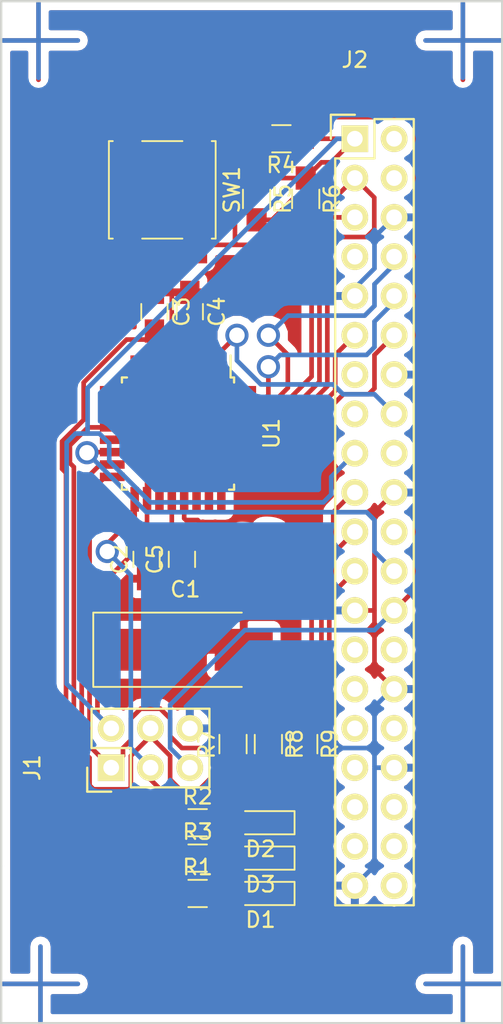
<source format=kicad_pcb>
(kicad_pcb (version 4) (host pcbnew 4.0.4-snap1-stable)

  (general
    (links 64)
    (no_connects 0)
    (area 143.286999 92.486999 176.118002 158.973002)
    (thickness 1.6)
    (drawings 6)
    (tracks 353)
    (zones 0)
    (modules 22)
    (nets 23)
  )

  (page A4)
  (layers
    (0 F.Cu signal)
    (31 B.Cu signal)
    (33 F.Adhes user)
    (35 F.Paste user)
    (37 F.SilkS user)
    (39 F.Mask user)
    (40 Dwgs.User user)
    (41 Cmts.User user)
    (42 Eco1.User user)
    (43 Eco2.User user)
    (44 Edge.Cuts user)
    (45 Margin user)
    (47 F.CrtYd user)
    (49 F.Fab user)
  )

  (setup
    (last_trace_width 0.3)
    (trace_clearance 0.2)
    (zone_clearance 0.508)
    (zone_45_only yes)
    (trace_min 0.2)
    (segment_width 0.2)
    (edge_width 0.15)
    (via_size 1.5)
    (via_drill 1)
    (via_min_size 0.4)
    (via_min_drill 0.3)
    (uvia_size 1.1)
    (uvia_drill 1)
    (uvias_allowed no)
    (uvia_min_size 0.2)
    (uvia_min_drill 0.1)
    (pcb_text_width 0.3)
    (pcb_text_size 1.5 1.5)
    (mod_edge_width 0.15)
    (mod_text_size 1 1)
    (mod_text_width 0.15)
    (pad_size 3.8 3.8)
    (pad_drill 2.2)
    (pad_to_mask_clearance 0.2)
    (aux_axis_origin 0 0)
    (visible_elements 7FFFFFFF)
    (pcbplotparams
      (layerselection 0x00000_00000001)
      (usegerberextensions false)
      (excludeedgelayer true)
      (linewidth 0.100000)
      (plotframeref true)
      (viasonmask false)
      (mode 1)
      (useauxorigin false)
      (hpglpennumber 1)
      (hpglpenspeed 20)
      (hpglpendiameter 15)
      (hpglpenoverlay 2)
      (psnegative false)
      (psa4output false)
      (plotreference true)
      (plotvalue true)
      (plotinvisibletext false)
      (padsonsilk false)
      (subtractmaskfromsilk false)
      (outputformat 4)
      (mirror true)
      (drillshape 0)
      (scaleselection 1)
      (outputdirectory ""))
  )

  (net 0 "")
  (net 1 +3V3)
  (net 2 GNDD)
  (net 3 "Net-(D1-Pad2)")
  (net 4 "Net-(D2-Pad2)")
  (net 5 /MISO)
  (net 6 /SCK)
  (net 7 /MOSI)
  (net 8 /RST)
  (net 9 /SDA)
  (net 10 /SCL)
  (net 11 /TX)
  (net 12 /RX)
  (net 13 /GPIO17)
  (net 14 /SS)
  (net 15 "Net-(C5-Pad2)")
  (net 16 "Net-(D3-Pad2)")
  (net 17 "Net-(J2-Pad19)")
  (net 18 "Net-(J2-Pad21)")
  (net 19 "Net-(J2-Pad23)")
  (net 20 /LED)
  (net 21 /PWMp)
  (net 22 /PWMa)

  (net_class Default "This is the default net class."
    (clearance 0.2)
    (trace_width 0.3)
    (via_dia 1.5)
    (via_drill 1)
    (uvia_dia 1.1)
    (uvia_drill 1)
    (add_net +3V3)
    (add_net /GPIO17)
    (add_net /LED)
    (add_net /MISO)
    (add_net /MOSI)
    (add_net /PWMa)
    (add_net /PWMp)
    (add_net /RST)
    (add_net /RX)
    (add_net /SCK)
    (add_net /SCL)
    (add_net /SDA)
    (add_net /SS)
    (add_net /TX)
    (add_net GNDD)
    (add_net "Net-(C5-Pad2)")
    (add_net "Net-(D1-Pad2)")
    (add_net "Net-(D2-Pad2)")
    (add_net "Net-(D3-Pad2)")
    (add_net "Net-(J2-Pad19)")
    (add_net "Net-(J2-Pad21)")
    (add_net "Net-(J2-Pad23)")
  )

  (module Pin_Headers:Pin_Header_Straight_2x20 (layer F.Cu) (tedit 0) (tstamp 5ACF8E25)
    (at 156.21 78.74)
    (descr "Through hole pin header")
    (tags "pin header")
    (path /5A97F783)
    (fp_text reference J2 (at 0 -5.1) (layer F.SilkS)
      (effects (font (size 1 1) (thickness 0.15)))
    )
    (fp_text value Raspiheader (at 0 -3.1) (layer F.Fab)
      (effects (font (size 1 1) (thickness 0.15)))
    )
    (fp_line (start -1.75 -1.75) (end -1.75 50.05) (layer F.CrtYd) (width 0.05))
    (fp_line (start 4.3 -1.75) (end 4.3 50.05) (layer F.CrtYd) (width 0.05))
    (fp_line (start -1.75 -1.75) (end 4.3 -1.75) (layer F.CrtYd) (width 0.05))
    (fp_line (start -1.75 50.05) (end 4.3 50.05) (layer F.CrtYd) (width 0.05))
    (fp_line (start 3.81 49.53) (end 3.81 -1.27) (layer F.SilkS) (width 0.15))
    (fp_line (start -1.27 1.27) (end -1.27 49.53) (layer F.SilkS) (width 0.15))
    (fp_line (start 3.81 49.53) (end -1.27 49.53) (layer F.SilkS) (width 0.15))
    (fp_line (start 3.81 -1.27) (end 1.27 -1.27) (layer F.SilkS) (width 0.15))
    (fp_line (start 0 -1.55) (end -1.55 -1.55) (layer F.SilkS) (width 0.15))
    (fp_line (start 1.27 -1.27) (end 1.27 1.27) (layer F.SilkS) (width 0.15))
    (fp_line (start 1.27 1.27) (end -1.27 1.27) (layer F.SilkS) (width 0.15))
    (fp_line (start -1.55 -1.55) (end -1.55 0) (layer F.SilkS) (width 0.15))
    (pad 1 thru_hole rect (at 0 0) (size 1.7272 1.7272) (drill 1.016) (layers *.Cu *.Mask F.SilkS)
      (net 1 +3V3))
    (pad 2 thru_hole oval (at 2.54 0) (size 1.7272 1.7272) (drill 1.016) (layers *.Cu *.Mask F.SilkS))
    (pad 3 thru_hole oval (at 0 2.54) (size 1.7272 1.7272) (drill 1.016) (layers *.Cu *.Mask F.SilkS)
      (net 9 /SDA))
    (pad 4 thru_hole oval (at 2.54 2.54) (size 1.7272 1.7272) (drill 1.016) (layers *.Cu *.Mask F.SilkS))
    (pad 5 thru_hole oval (at 0 5.08) (size 1.7272 1.7272) (drill 1.016) (layers *.Cu *.Mask F.SilkS)
      (net 10 /SCL))
    (pad 6 thru_hole oval (at 2.54 5.08) (size 1.7272 1.7272) (drill 1.016) (layers *.Cu *.Mask F.SilkS)
      (net 2 GNDD))
    (pad 7 thru_hole oval (at 0 7.62) (size 1.7272 1.7272) (drill 1.016) (layers *.Cu *.Mask F.SilkS))
    (pad 8 thru_hole oval (at 2.54 7.62) (size 1.7272 1.7272) (drill 1.016) (layers *.Cu *.Mask F.SilkS)
      (net 11 /TX))
    (pad 9 thru_hole oval (at 0 10.16) (size 1.7272 1.7272) (drill 1.016) (layers *.Cu *.Mask F.SilkS)
      (net 2 GNDD))
    (pad 10 thru_hole oval (at 2.54 10.16) (size 1.7272 1.7272) (drill 1.016) (layers *.Cu *.Mask F.SilkS)
      (net 12 /RX))
    (pad 11 thru_hole oval (at 0 12.7) (size 1.7272 1.7272) (drill 1.016) (layers *.Cu *.Mask F.SilkS)
      (net 13 /GPIO17))
    (pad 12 thru_hole oval (at 2.54 12.7) (size 1.7272 1.7272) (drill 1.016) (layers *.Cu *.Mask F.SilkS)
      (net 21 /PWMp))
    (pad 13 thru_hole oval (at 0 15.24) (size 1.7272 1.7272) (drill 1.016) (layers *.Cu *.Mask F.SilkS))
    (pad 14 thru_hole oval (at 2.54 15.24) (size 1.7272 1.7272) (drill 1.016) (layers *.Cu *.Mask F.SilkS)
      (net 2 GNDD))
    (pad 15 thru_hole oval (at 0 17.78) (size 1.7272 1.7272) (drill 1.016) (layers *.Cu *.Mask F.SilkS))
    (pad 16 thru_hole oval (at 2.54 17.78) (size 1.7272 1.7272) (drill 1.016) (layers *.Cu *.Mask F.SilkS)
      (net 22 /PWMa))
    (pad 17 thru_hole oval (at 0 20.32) (size 1.7272 1.7272) (drill 1.016) (layers *.Cu *.Mask F.SilkS)
      (net 1 +3V3))
    (pad 18 thru_hole oval (at 2.54 20.32) (size 1.7272 1.7272) (drill 1.016) (layers *.Cu *.Mask F.SilkS))
    (pad 19 thru_hole oval (at 0 22.86) (size 1.7272 1.7272) (drill 1.016) (layers *.Cu *.Mask F.SilkS)
      (net 17 "Net-(J2-Pad19)"))
    (pad 20 thru_hole oval (at 2.54 22.86) (size 1.7272 1.7272) (drill 1.016) (layers *.Cu *.Mask F.SilkS)
      (net 2 GNDD))
    (pad 21 thru_hole oval (at 0 25.4) (size 1.7272 1.7272) (drill 1.016) (layers *.Cu *.Mask F.SilkS)
      (net 18 "Net-(J2-Pad21)"))
    (pad 22 thru_hole oval (at 2.54 25.4) (size 1.7272 1.7272) (drill 1.016) (layers *.Cu *.Mask F.SilkS))
    (pad 23 thru_hole oval (at 0 27.94) (size 1.7272 1.7272) (drill 1.016) (layers *.Cu *.Mask F.SilkS)
      (net 19 "Net-(J2-Pad23)"))
    (pad 24 thru_hole oval (at 2.54 27.94) (size 1.7272 1.7272) (drill 1.016) (layers *.Cu *.Mask F.SilkS)
      (net 14 /SS))
    (pad 25 thru_hole oval (at 0 30.48) (size 1.7272 1.7272) (drill 1.016) (layers *.Cu *.Mask F.SilkS)
      (net 2 GNDD))
    (pad 26 thru_hole oval (at 2.54 30.48) (size 1.7272 1.7272) (drill 1.016) (layers *.Cu *.Mask F.SilkS)
      (net 8 /RST))
    (pad 27 thru_hole oval (at 0 33.02) (size 1.7272 1.7272) (drill 1.016) (layers *.Cu *.Mask F.SilkS))
    (pad 28 thru_hole oval (at 2.54 33.02) (size 1.7272 1.7272) (drill 1.016) (layers *.Cu *.Mask F.SilkS))
    (pad 29 thru_hole oval (at 0 35.56) (size 1.7272 1.7272) (drill 1.016) (layers *.Cu *.Mask F.SilkS))
    (pad 30 thru_hole oval (at 2.54 35.56) (size 1.7272 1.7272) (drill 1.016) (layers *.Cu *.Mask F.SilkS)
      (net 2 GNDD))
    (pad 31 thru_hole oval (at 0 38.1) (size 1.7272 1.7272) (drill 1.016) (layers *.Cu *.Mask F.SilkS))
    (pad 32 thru_hole oval (at 2.54 38.1) (size 1.7272 1.7272) (drill 1.016) (layers *.Cu *.Mask F.SilkS))
    (pad 33 thru_hole oval (at 0 40.64) (size 1.7272 1.7272) (drill 1.016) (layers *.Cu *.Mask F.SilkS))
    (pad 34 thru_hole oval (at 2.54 40.64) (size 1.7272 1.7272) (drill 1.016) (layers *.Cu *.Mask F.SilkS)
      (net 2 GNDD))
    (pad 35 thru_hole oval (at 0 43.18) (size 1.7272 1.7272) (drill 1.016) (layers *.Cu *.Mask F.SilkS))
    (pad 36 thru_hole oval (at 2.54 43.18) (size 1.7272 1.7272) (drill 1.016) (layers *.Cu *.Mask F.SilkS))
    (pad 37 thru_hole oval (at 0 45.72) (size 1.7272 1.7272) (drill 1.016) (layers *.Cu *.Mask F.SilkS))
    (pad 38 thru_hole oval (at 2.54 45.72) (size 1.7272 1.7272) (drill 1.016) (layers *.Cu *.Mask F.SilkS))
    (pad 39 thru_hole oval (at 0 48.26) (size 1.7272 1.7272) (drill 1.016) (layers *.Cu *.Mask F.SilkS)
      (net 2 GNDD))
    (pad 40 thru_hole oval (at 2.54 48.26) (size 1.7272 1.7272) (drill 1.016) (layers *.Cu *.Mask F.SilkS))
    (model Pin_Headers.3dshapes/Pin_Header_Straight_2x20.wrl
      (at (xyz 0.05 -0.95 0))
      (scale (xyz 1 1 1))
      (rotate (xyz 0 0 90))
    )
  )

  (module Housings_QFP:TQFP-32_7x7mm_Pitch0.8mm (layer F.Cu) (tedit 58CC9A48) (tstamp 5AD61E57)
    (at 144.78 97.79 270)
    (descr "32-Lead Plastic Thin Quad Flatpack (PT) - 7x7x1.0 mm Body, 2.00 mm [TQFP] (see Microchip Packaging Specification 00000049BS.pdf)")
    (tags "QFP 0.8")
    (path /5AD60B03)
    (attr smd)
    (fp_text reference U1 (at 0 -6.05 270) (layer F.SilkS)
      (effects (font (size 1 1) (thickness 0.15)))
    )
    (fp_text value ATMEGA328P-AU (at 0 6.05 270) (layer F.Fab)
      (effects (font (size 1 1) (thickness 0.15)))
    )
    (fp_text user %R (at 0 0 270) (layer F.Fab)
      (effects (font (size 1 1) (thickness 0.15)))
    )
    (fp_line (start -2.5 -3.5) (end 3.5 -3.5) (layer F.Fab) (width 0.15))
    (fp_line (start 3.5 -3.5) (end 3.5 3.5) (layer F.Fab) (width 0.15))
    (fp_line (start 3.5 3.5) (end -3.5 3.5) (layer F.Fab) (width 0.15))
    (fp_line (start -3.5 3.5) (end -3.5 -2.5) (layer F.Fab) (width 0.15))
    (fp_line (start -3.5 -2.5) (end -2.5 -3.5) (layer F.Fab) (width 0.15))
    (fp_line (start -5.3 -5.3) (end -5.3 5.3) (layer F.CrtYd) (width 0.05))
    (fp_line (start 5.3 -5.3) (end 5.3 5.3) (layer F.CrtYd) (width 0.05))
    (fp_line (start -5.3 -5.3) (end 5.3 -5.3) (layer F.CrtYd) (width 0.05))
    (fp_line (start -5.3 5.3) (end 5.3 5.3) (layer F.CrtYd) (width 0.05))
    (fp_line (start -3.625 -3.625) (end -3.625 -3.4) (layer F.SilkS) (width 0.15))
    (fp_line (start 3.625 -3.625) (end 3.625 -3.3) (layer F.SilkS) (width 0.15))
    (fp_line (start 3.625 3.625) (end 3.625 3.3) (layer F.SilkS) (width 0.15))
    (fp_line (start -3.625 3.625) (end -3.625 3.3) (layer F.SilkS) (width 0.15))
    (fp_line (start -3.625 -3.625) (end -3.3 -3.625) (layer F.SilkS) (width 0.15))
    (fp_line (start -3.625 3.625) (end -3.3 3.625) (layer F.SilkS) (width 0.15))
    (fp_line (start 3.625 3.625) (end 3.3 3.625) (layer F.SilkS) (width 0.15))
    (fp_line (start 3.625 -3.625) (end 3.3 -3.625) (layer F.SilkS) (width 0.15))
    (fp_line (start -3.625 -3.4) (end -5.05 -3.4) (layer F.SilkS) (width 0.15))
    (pad 1 smd rect (at -4.25 -2.8 270) (size 1.6 0.55) (layers F.Cu F.Paste F.Mask)
      (net 22 /PWMa))
    (pad 2 smd rect (at -4.25 -2 270) (size 1.6 0.55) (layers F.Cu F.Paste F.Mask))
    (pad 3 smd rect (at -4.25 -1.2 270) (size 1.6 0.55) (layers F.Cu F.Paste F.Mask)
      (net 2 GNDD))
    (pad 4 smd rect (at -4.25 -0.4 270) (size 1.6 0.55) (layers F.Cu F.Paste F.Mask)
      (net 1 +3V3))
    (pad 5 smd rect (at -4.25 0.4 270) (size 1.6 0.55) (layers F.Cu F.Paste F.Mask)
      (net 2 GNDD))
    (pad 6 smd rect (at -4.25 1.2 270) (size 1.6 0.55) (layers F.Cu F.Paste F.Mask)
      (net 1 +3V3))
    (pad 7 smd rect (at -4.25 2 270) (size 1.6 0.55) (layers F.Cu F.Paste F.Mask))
    (pad 8 smd rect (at -4.25 2.8 270) (size 1.6 0.55) (layers F.Cu F.Paste F.Mask))
    (pad 9 smd rect (at -2.8 4.25) (size 1.6 0.55) (layers F.Cu F.Paste F.Mask))
    (pad 10 smd rect (at -2 4.25) (size 1.6 0.55) (layers F.Cu F.Paste F.Mask))
    (pad 11 smd rect (at -1.2 4.25) (size 1.6 0.55) (layers F.Cu F.Paste F.Mask))
    (pad 12 smd rect (at -0.4 4.25) (size 1.6 0.55) (layers F.Cu F.Paste F.Mask)
      (net 20 /LED))
    (pad 13 smd rect (at 0.4 4.25) (size 1.6 0.55) (layers F.Cu F.Paste F.Mask))
    (pad 14 smd rect (at 1.2 4.25) (size 1.6 0.55) (layers F.Cu F.Paste F.Mask)
      (net 14 /SS))
    (pad 15 smd rect (at 2 4.25) (size 1.6 0.55) (layers F.Cu F.Paste F.Mask)
      (net 7 /MOSI))
    (pad 16 smd rect (at 2.8 4.25) (size 1.6 0.55) (layers F.Cu F.Paste F.Mask)
      (net 5 /MISO))
    (pad 17 smd rect (at 4.25 2.8 270) (size 1.6 0.55) (layers F.Cu F.Paste F.Mask)
      (net 6 /SCK))
    (pad 18 smd rect (at 4.25 2 270) (size 1.6 0.55) (layers F.Cu F.Paste F.Mask)
      (net 1 +3V3))
    (pad 19 smd rect (at 4.25 1.2 270) (size 1.6 0.55) (layers F.Cu F.Paste F.Mask))
    (pad 20 smd rect (at 4.25 0.4 270) (size 1.6 0.55) (layers F.Cu F.Paste F.Mask)
      (net 15 "Net-(C5-Pad2)"))
    (pad 21 smd rect (at 4.25 -0.4 270) (size 1.6 0.55) (layers F.Cu F.Paste F.Mask)
      (net 2 GNDD))
    (pad 22 smd rect (at 4.25 -1.2 270) (size 1.6 0.55) (layers F.Cu F.Paste F.Mask))
    (pad 23 smd rect (at 4.25 -2 270) (size 1.6 0.55) (layers F.Cu F.Paste F.Mask))
    (pad 24 smd rect (at 4.25 -2.8 270) (size 1.6 0.55) (layers F.Cu F.Paste F.Mask))
    (pad 25 smd rect (at 2.8 -4.25) (size 1.6 0.55) (layers F.Cu F.Paste F.Mask)
      (net 21 /PWMp))
    (pad 26 smd rect (at 2 -4.25) (size 1.6 0.55) (layers F.Cu F.Paste F.Mask)
      (net 13 /GPIO17))
    (pad 27 smd rect (at 1.2 -4.25) (size 1.6 0.55) (layers F.Cu F.Paste F.Mask)
      (net 9 /SDA))
    (pad 28 smd rect (at 0.4 -4.25) (size 1.6 0.55) (layers F.Cu F.Paste F.Mask)
      (net 10 /SCL))
    (pad 29 smd rect (at -0.4 -4.25) (size 1.6 0.55) (layers F.Cu F.Paste F.Mask)
      (net 8 /RST))
    (pad 30 smd rect (at -1.2 -4.25) (size 1.6 0.55) (layers F.Cu F.Paste F.Mask)
      (net 11 /TX))
    (pad 31 smd rect (at -2 -4.25) (size 1.6 0.55) (layers F.Cu F.Paste F.Mask)
      (net 12 /RX))
    (pad 32 smd rect (at -2.8 -4.25) (size 1.6 0.55) (layers F.Cu F.Paste F.Mask))
    (model ${KISYS3DMOD}/Housings_QFP.3dshapes/TQFP-32_7x7mm_Pitch0.8mm.wrl
      (at (xyz 0 0 0))
      (scale (xyz 1 1 1))
      (rotate (xyz 0 0 0))
    )
  )

  (module Capacitors_Tantalum_SMD:CP_Tantalum_Case-D_EIA-7343-31_Hand (layer F.Cu) (tedit 58CC8C08) (tstamp 5AD61C7D)
    (at 145.253 111.76)
    (descr "Tantalum capacitor, Case D, EIA 7343-31, 7.3x4.3x2.8mm, Hand soldering footprint")
    (tags "capacitor tantalum smd")
    (path /5AD675C9)
    (attr smd)
    (fp_text reference C1 (at 0 -3.9) (layer F.SilkS)
      (effects (font (size 1 1) (thickness 0.15)))
    )
    (fp_text value 100uF (at 0 3.9) (layer F.Fab)
      (effects (font (size 1 1) (thickness 0.15)))
    )
    (fp_text user %R (at 0 0) (layer F.Fab)
      (effects (font (size 1 1) (thickness 0.15)))
    )
    (fp_line (start -6.05 -2.5) (end -6.05 2.5) (layer F.CrtYd) (width 0.05))
    (fp_line (start -6.05 2.5) (end 6.05 2.5) (layer F.CrtYd) (width 0.05))
    (fp_line (start 6.05 2.5) (end 6.05 -2.5) (layer F.CrtYd) (width 0.05))
    (fp_line (start 6.05 -2.5) (end -6.05 -2.5) (layer F.CrtYd) (width 0.05))
    (fp_line (start -3.65 -2.15) (end -3.65 2.15) (layer F.Fab) (width 0.1))
    (fp_line (start -3.65 2.15) (end 3.65 2.15) (layer F.Fab) (width 0.1))
    (fp_line (start 3.65 2.15) (end 3.65 -2.15) (layer F.Fab) (width 0.1))
    (fp_line (start 3.65 -2.15) (end -3.65 -2.15) (layer F.Fab) (width 0.1))
    (fp_line (start -2.92 -2.15) (end -2.92 2.15) (layer F.Fab) (width 0.1))
    (fp_line (start -2.555 -2.15) (end -2.555 2.15) (layer F.Fab) (width 0.1))
    (fp_line (start -5.95 -2.4) (end 3.65 -2.4) (layer F.SilkS) (width 0.12))
    (fp_line (start -5.95 2.4) (end 3.65 2.4) (layer F.SilkS) (width 0.12))
    (fp_line (start -5.95 -2.4) (end -5.95 2.4) (layer F.SilkS) (width 0.12))
    (pad 1 smd rect (at -3.775 0) (size 3.75 2.7) (layers F.Cu F.Paste F.Mask)
      (net 1 +3V3))
    (pad 2 smd rect (at 3.775 0) (size 3.75 2.7) (layers F.Cu F.Paste F.Mask)
      (net 2 GNDD))
    (model Capacitors_Tantalum_SMD.3dshapes/CP_Tantalum_Case-D_EIA-7343-31.wrl
      (at (xyz 0 0 0))
      (scale (xyz 1 1 1))
      (rotate (xyz 0 0 0))
    )
  )

  (module Capacitors_SMD:C_0805_HandSoldering (layer F.Cu) (tedit 58AA84A8) (tstamp 5AD61C0E)
    (at 145.542 89.916 270)
    (descr "Capacitor SMD 0805, hand soldering")
    (tags "capacitor 0805")
    (path /5AD6530C)
    (attr smd)
    (fp_text reference C4 (at 0 -1.75 270) (layer F.SilkS)
      (effects (font (size 1 1) (thickness 0.15)))
    )
    (fp_text value 100nF (at 0 1.75 270) (layer F.Fab)
      (effects (font (size 1 1) (thickness 0.15)))
    )
    (fp_text user %R (at 0 -1.75 270) (layer F.Fab)
      (effects (font (size 1 1) (thickness 0.15)))
    )
    (fp_line (start -1 0.62) (end -1 -0.62) (layer F.Fab) (width 0.1))
    (fp_line (start 1 0.62) (end -1 0.62) (layer F.Fab) (width 0.1))
    (fp_line (start 1 -0.62) (end 1 0.62) (layer F.Fab) (width 0.1))
    (fp_line (start -1 -0.62) (end 1 -0.62) (layer F.Fab) (width 0.1))
    (fp_line (start 0.5 -0.85) (end -0.5 -0.85) (layer F.SilkS) (width 0.12))
    (fp_line (start -0.5 0.85) (end 0.5 0.85) (layer F.SilkS) (width 0.12))
    (fp_line (start -2.25 -0.88) (end 2.25 -0.88) (layer F.CrtYd) (width 0.05))
    (fp_line (start -2.25 -0.88) (end -2.25 0.87) (layer F.CrtYd) (width 0.05))
    (fp_line (start 2.25 0.87) (end 2.25 -0.88) (layer F.CrtYd) (width 0.05))
    (fp_line (start 2.25 0.87) (end -2.25 0.87) (layer F.CrtYd) (width 0.05))
    (pad 1 smd rect (at -1.25 0 270) (size 1.5 1.25) (layers F.Cu F.Paste F.Mask)
      (net 2 GNDD))
    (pad 2 smd rect (at 1.25 0 270) (size 1.5 1.25) (layers F.Cu F.Paste F.Mask)
      (net 1 +3V3))
    (model Capacitors_SMD.3dshapes/C_0805.wrl
      (at (xyz 0 0 0))
      (scale (xyz 1 1 1))
      (rotate (xyz 0 0 0))
    )
  )

  (module Pin_Headers:Pin_Header_Straight_2x03 (layer F.Cu) (tedit 54EA0A4B) (tstamp 5ACF8DF9)
    (at 140.462 119.38 90)
    (descr "Through hole pin header")
    (tags "pin header")
    (path /5AABCDCB)
    (fp_text reference J1 (at 0 -5.1 90) (layer F.SilkS)
      (effects (font (size 1 1) (thickness 0.15)))
    )
    (fp_text value ISP/PDI (at 0 -3.1 90) (layer F.Fab)
      (effects (font (size 1 1) (thickness 0.15)))
    )
    (fp_line (start -1.27 1.27) (end -1.27 6.35) (layer F.SilkS) (width 0.15))
    (fp_line (start -1.55 -1.55) (end 0 -1.55) (layer F.SilkS) (width 0.15))
    (fp_line (start -1.75 -1.75) (end -1.75 6.85) (layer F.CrtYd) (width 0.05))
    (fp_line (start 4.3 -1.75) (end 4.3 6.85) (layer F.CrtYd) (width 0.05))
    (fp_line (start -1.75 -1.75) (end 4.3 -1.75) (layer F.CrtYd) (width 0.05))
    (fp_line (start -1.75 6.85) (end 4.3 6.85) (layer F.CrtYd) (width 0.05))
    (fp_line (start 1.27 -1.27) (end 1.27 1.27) (layer F.SilkS) (width 0.15))
    (fp_line (start 1.27 1.27) (end -1.27 1.27) (layer F.SilkS) (width 0.15))
    (fp_line (start -1.27 6.35) (end 3.81 6.35) (layer F.SilkS) (width 0.15))
    (fp_line (start 3.81 6.35) (end 3.81 1.27) (layer F.SilkS) (width 0.15))
    (fp_line (start -1.55 -1.55) (end -1.55 0) (layer F.SilkS) (width 0.15))
    (fp_line (start 3.81 -1.27) (end 1.27 -1.27) (layer F.SilkS) (width 0.15))
    (fp_line (start 3.81 1.27) (end 3.81 -1.27) (layer F.SilkS) (width 0.15))
    (pad 1 thru_hole rect (at 0 0 90) (size 1.7272 1.7272) (drill 1.016) (layers *.Cu *.Mask F.SilkS)
      (net 5 /MISO))
    (pad 2 thru_hole oval (at 2.54 0 90) (size 1.7272 1.7272) (drill 1.016) (layers *.Cu *.Mask F.SilkS)
      (net 1 +3V3))
    (pad 3 thru_hole oval (at 0 2.54 90) (size 1.7272 1.7272) (drill 1.016) (layers *.Cu *.Mask F.SilkS)
      (net 6 /SCK))
    (pad 4 thru_hole oval (at 2.54 2.54 90) (size 1.7272 1.7272) (drill 1.016) (layers *.Cu *.Mask F.SilkS)
      (net 7 /MOSI))
    (pad 5 thru_hole oval (at 0 5.08 90) (size 1.7272 1.7272) (drill 1.016) (layers *.Cu *.Mask F.SilkS)
      (net 8 /RST))
    (pad 6 thru_hole oval (at 2.54 5.08 90) (size 1.7272 1.7272) (drill 1.016) (layers *.Cu *.Mask F.SilkS)
      (net 2 GNDD))
    (model Pin_Headers.3dshapes/Pin_Header_Straight_2x03.wrl
      (at (xyz 0.05 -0.1 0))
      (scale (xyz 1 1 1))
      (rotate (xyz 0 0 90))
    )
  )

  (module testshield:bulldog_logo_smaller (layer F.Cu) (tedit 0) (tstamp 5AD07BDB)
    (at 149.606 106.045 270)
    (fp_text reference G*** (at 0 0 270) (layer F.SilkS) hide
      (effects (font (thickness 0.3)))
    )
    (fp_text value LOGO (at 0.75 0 270) (layer F.SilkS) hide
      (effects (font (thickness 0.3)))
    )
    (fp_poly (pts (xy 1.831734 -1.890735) (xy 1.942661 -1.867764) (xy 2.035526 -1.831162) (xy 2.112898 -1.777967)
      (xy 2.177349 -1.705218) (xy 2.231449 -1.609954) (xy 2.277768 -1.489213) (xy 2.318876 -1.340034)
      (xy 2.322303 -1.325563) (xy 2.336318 -1.258195) (xy 2.346073 -1.19054) (xy 2.352253 -1.114494)
      (xy 2.355546 -1.021953) (xy 2.356599 -0.92075) (xy 2.356625 -0.822421) (xy 2.355541 -0.749851)
      (xy 2.352694 -0.697053) (xy 2.347429 -0.658041) (xy 2.339091 -0.626826) (xy 2.327026 -0.597423)
      (xy 2.319551 -0.581856) (xy 2.287029 -0.529599) (xy 2.24872 -0.487181) (xy 2.232239 -0.474759)
      (xy 2.169779 -0.451814) (xy 2.092709 -0.445261) (xy 2.013792 -0.455406) (xy 1.97349 -0.468521)
      (xy 1.936313 -0.482776) (xy 1.914487 -0.488709) (xy 1.912526 -0.488365) (xy 1.91364 -0.472195)
      (xy 1.918461 -0.428426) (xy 1.926514 -0.360933) (xy 1.937324 -0.273591) (xy 1.950414 -0.170274)
      (xy 1.965312 -0.054856) (xy 1.971438 -0.007938) (xy 1.989828 0.13437) (xy 2.004112 0.250636)
      (xy 2.014707 0.346247) (xy 2.022032 0.426587) (xy 2.026504 0.497041) (xy 2.028542 0.562993)
      (xy 2.028564 0.62983) (xy 2.026987 0.702936) (xy 2.026886 0.706437) (xy 2.018975 0.856661)
      (xy 2.003594 0.98422) (xy 1.978896 1.097696) (xy 1.943038 1.205673) (xy 1.896855 1.311179)
      (xy 1.826929 1.428312) (xy 1.734687 1.541001) (xy 1.629057 1.639172) (xy 1.565193 1.685475)
      (xy 1.462439 1.740448) (xy 1.332118 1.791018) (xy 1.178237 1.836108) (xy 1.004805 1.87464)
      (xy 0.815829 1.905537) (xy 0.690562 1.9206) (xy 0.629184 1.925425) (xy 0.542983 1.930028)
      (xy 0.43777 1.934289) (xy 0.319358 1.93809) (xy 0.193558 1.94131) (xy 0.06618 1.94383)
      (xy -0.056963 1.945531) (xy -0.17006 1.946293) (xy -0.267301 1.945997) (xy -0.342873 1.944523)
      (xy -0.381 1.942635) (xy -0.602591 1.92082) (xy -0.814612 1.889679) (xy -1.013781 1.850132)
      (xy -1.196812 1.8031) (xy -1.360422 1.749503) (xy -1.501325 1.69026) (xy -1.616239 1.626291)
      (xy -1.679923 1.578791) (xy -1.775627 1.478447) (xy -1.861827 1.352998) (xy -1.935333 1.208454)
      (xy -1.992953 1.050827) (xy -2.022662 0.933325) (xy -2.034668 0.864256) (xy -2.042397 0.791298)
      (xy -2.045692 0.710659) (xy -2.045015 0.662529) (xy -1.906504 0.662529) (xy -1.905503 0.748896)
      (xy -1.899904 0.824568) (xy -1.88986 0.892975) (xy -1.881211 0.934353) (xy -1.867118 0.992448)
      (xy -1.857143 1.023656) (xy -1.848878 1.032162) (xy -1.839912 1.022151) (xy -1.835505 1.013728)
      (xy -1.804909 0.981661) (xy -1.776795 0.971591) (xy -1.751741 0.973807) (xy -1.725741 0.989892)
      (xy -1.692766 1.024624) (xy -1.662855 1.061882) (xy -1.546853 1.186611) (xy -1.409165 1.289264)
      (xy -1.304655 1.34609) (xy -1.240927 1.374429) (xy -1.186234 1.392224) (xy -1.127526 1.402597)
      (xy -1.051752 1.408668) (xy -1.040482 1.409277) (xy -0.957811 1.411775) (xy -0.892879 1.408272)
      (xy -0.832011 1.397357) (xy -0.775639 1.381914) (xy -0.670675 1.345329) (xy -0.586609 1.302687)
      (xy -0.537733 1.266143) (xy -0.313559 1.266143) (xy -0.113123 1.258845) (xy -0.026824 1.257127)
      (xy 0.056986 1.257944) (xy 0.128327 1.261057) (xy 0.174625 1.265781) (xy 0.223246 1.273006)
      (xy 0.257101 1.276715) (xy 0.266992 1.276567) (xy 0.260936 1.263286) (xy 0.240084 1.232315)
      (xy 0.215211 1.198661) (xy 0.144389 1.09745) (xy 0.082531 0.989075) (xy 0.024451 0.865518)
      (xy -0.026325 0.748715) (xy -0.087107 0.883673) (xy -0.126783 0.964251) (xy -0.175677 1.052961)
      (xy -0.224131 1.132405) (xy -0.230724 1.142386) (xy -0.313559 1.266143) (xy -0.537733 1.266143)
      (xy -0.512593 1.247347) (xy -0.442915 1.178281) (xy -0.36149 1.078907) (xy -0.289046 0.965946)
      (xy -0.221745 0.832829) (xy -0.171767 0.714375) (xy -0.138613 0.625314) (xy -0.117217 0.55309)
      (xy -0.104767 0.486326) (xy -0.098731 0.418754) (xy -0.091483 0.28982) (xy -0.172448 0.270397)
      (xy -0.267283 0.235767) (xy -0.343584 0.183795) (xy -0.397592 0.118337) (xy -0.425547 0.043249)
      (xy -0.428625 0.007656) (xy -0.429918 -0.02093) (xy -0.436974 -0.037279) (xy -0.454563 -0.041119)
      (xy -0.487453 -0.032178) (xy -0.540413 -0.010186) (xy -0.601559 0.017502) (xy -0.748439 0.098105)
      (xy -0.884634 0.201577) (xy -1.014304 0.331358) (xy -1.088312 0.420233) (xy -1.124797 0.459936)
      (xy -1.152677 0.473457) (xy -1.163718 0.471696) (xy -1.184706 0.456081) (xy -1.187383 0.429498)
      (xy -1.170785 0.388008) (xy -1.133948 0.327672) (xy -1.125282 0.314785) (xy -1.007649 0.167856)
      (xy -0.866869 0.036512) (xy -0.708759 -0.075058) (xy -0.539134 -0.162667) (xy -0.388938 -0.215525)
      (xy -0.296196 -0.234065) (xy -0.183022 -0.245984) (xy -0.060092 -0.251014) (xy 0.061919 -0.24889)
      (xy 0.172335 -0.239344) (xy 0.224189 -0.230846) (xy 0.419326 -0.175994) (xy 0.607513 -0.093064)
      (xy 0.78351 0.014744) (xy 0.942077 0.144232) (xy 1.075101 0.288563) (xy 1.128338 0.359748)
      (xy 1.159329 0.411616) (xy 1.169054 0.446499) (xy 1.158491 0.466728) (xy 1.151428 0.47032)
      (xy 1.128663 0.465828) (xy 1.091013 0.43921) (xy 1.036657 0.38909) (xy 1.014427 0.366838)
      (xy 0.853393 0.220315) (xy 0.685604 0.102208) (xy 0.506199 0.009241) (xy 0.448949 -0.014407)
      (xy 0.366087 -0.046783) (xy 0.37516 -0.001417) (xy 0.372321 0.06083) (xy 0.342527 0.123406)
      (xy 0.29018 0.181676) (xy 0.219684 0.231002) (xy 0.135441 0.266748) (xy 0.115093 0.272433)
      (xy 0.047625 0.289519) (xy 0.047625 0.405432) (xy 0.059519 0.522231) (xy 0.094377 0.655631)
      (xy 0.150957 0.801685) (xy 0.21071 0.924387) (xy 0.299308 1.07236) (xy 0.394037 1.19075)
      (xy 0.497733 1.281554) (xy 0.613232 1.346766) (xy 0.74337 1.388385) (xy 0.890984 1.408404)
      (xy 0.899173 1.408891) (xy 1.039315 1.406089) (xy 1.168455 1.380014) (xy 1.290515 1.328857)
      (xy 1.409419 1.250811) (xy 1.529091 1.144067) (xy 1.573141 1.098238) (xy 1.638564 1.031334)
      (xy 1.688723 0.989123) (xy 1.726479 0.970232) (xy 1.754693 0.973289) (xy 1.776229 0.99692)
      (xy 1.777923 0.999981) (xy 1.784709 1.032699) (xy 1.772313 1.073612) (xy 1.739034 1.125486)
      (xy 1.68317 1.19109) (xy 1.620919 1.255474) (xy 1.49223 1.369441) (xy 1.361209 1.455327)
      (xy 1.22461 1.513902) (xy 1.079187 1.545937) (xy 0.921694 1.552203) (xy 0.748884 1.533468)
      (xy 0.592026 1.499621) (xy 0.392338 1.452496) (xy 0.214484 1.420098) (xy 0.052221 1.402333)
      (xy -0.100697 1.399108) (xy -0.250514 1.410328) (xy -0.403473 1.435901) (xy -0.565819 1.475733)
      (xy -0.587849 1.481928) (xy -0.693303 1.511246) (xy -0.776091 1.532006) (xy -0.843776 1.545361)
      (xy -0.903918 1.552467) (xy -0.964081 1.554481) (xy -1.031825 1.552555) (xy -1.045653 1.551867)
      (xy -1.213481 1.52804) (xy -1.371808 1.474362) (xy -1.52104 1.390605) (xy -1.661582 1.276542)
      (xy -1.791337 1.135062) (xy -1.84251 1.071562) (xy -1.817521 1.135062) (xy -1.747436 1.274828)
      (xy -1.655281 1.398009) (xy -1.54502 1.500504) (xy -1.420617 1.578214) (xy -1.366098 1.602091)
      (xy -1.198476 1.657955) (xy -1.0026 1.707515) (xy -0.781451 1.750158) (xy -0.538012 1.785267)
      (xy -0.404813 1.80022) (xy -0.352757 1.803237) (xy -0.274341 1.804805) (xy -0.174915 1.805053)
      (xy -0.059828 1.804114) (xy 0.065569 1.802118) (xy 0.195925 1.799195) (xy 0.325891 1.795478)
      (xy 0.450116 1.791096) (xy 0.56325 1.786181) (xy 0.659943 1.780863) (xy 0.734845 1.775274)
      (xy 0.769937 1.771475) (xy 0.965072 1.741428) (xy 1.131919 1.706738) (xy 1.27375 1.666261)
      (xy 1.393834 1.618855) (xy 1.49544 1.563377) (xy 1.581838 1.498686) (xy 1.601384 1.480997)
      (xy 1.697913 1.369746) (xy 1.777522 1.234297) (xy 1.833812 1.091575) (xy 1.853286 1.016071)
      (xy 1.870791 0.922958) (xy 1.885229 0.821531) (xy 1.895501 0.721083) (xy 1.900508 0.63091)
      (xy 1.899152 0.560304) (xy 1.897963 0.548887) (xy 1.894064 0.51781) (xy 1.88676 0.45947)
      (xy 1.876582 0.378109) (xy 1.86406 0.277969) (xy 1.849724 0.163294) (xy 1.834106 0.038324)
      (xy 1.823369 -0.047611) (xy 1.756925 -0.579409) (xy 1.600658 -0.727993) (xy 1.467094 -0.864466)
      (xy 1.351418 -1.002036) (xy 1.257476 -1.135782) (xy 1.196158 -1.24574) (xy 1.165559 -1.315971)
      (xy 1.149137 -1.374204) (xy 1.143254 -1.434724) (xy 1.143 -1.454473) (xy 1.143 -1.552528)
      (xy 1.035843 -1.562558) (xy 0.780356 -1.583249) (xy 0.513621 -1.598881) (xy 0.24143 -1.609412)
      (xy -0.030425 -1.614802) (xy -0.296153 -1.61501) (xy -0.549964 -1.609994) (xy -0.786066 -1.599713)
      (xy -0.998667 -1.584126) (xy -1.065661 -1.577494) (xy -1.155008 -1.567962) (xy -1.162301 -1.446763)
      (xy -1.170956 -1.364886) (xy -1.188417 -1.297659) (xy -1.218995 -1.228385) (xy -1.288593 -1.110795)
      (xy -1.381373 -0.984013) (xy -1.492615 -0.853996) (xy -1.613046 -0.731045) (xy -1.767242 -0.583633)
      (xy -1.83717 -0.049723) (xy -1.861461 0.141546) (xy -1.880386 0.304977) (xy -1.894099 0.443999)
      (xy -1.902754 0.56204) (xy -1.906504 0.662529) (xy -2.045015 0.662529) (xy -2.044395 0.61855)
      (xy -2.03835 0.51118) (xy -2.027399 0.384757) (xy -2.011385 0.235491) (xy -1.990151 0.059591)
      (xy -1.984587 0.015554) (xy -1.969267 -0.106301) (xy -1.955614 -0.217676) (xy -1.944066 -0.314767)
      (xy -1.935061 -0.393774) (xy -1.929039 -0.450892) (xy -1.926437 -0.48232) (xy -1.926587 -0.487253)
      (xy -1.943059 -0.485125) (xy -1.977542 -0.473304) (xy -1.989366 -0.468521) (xy -2.063731 -0.448875)
      (xy -2.143409 -0.4461) (xy -2.215635 -0.459889) (xy -2.248115 -0.474759) (xy -2.298241 -0.517516)
      (xy -2.335256 -0.57847) (xy -2.360397 -0.661092) (xy -2.374906 -0.768852) (xy -2.378821 -0.84062)
      (xy -2.377392 -1.010883) (xy -2.362545 -1.177667) (xy -2.335474 -1.335916) (xy -2.29737 -1.480571)
      (xy -2.249426 -1.606574) (xy -2.192835 -1.708867) (xy -2.165629 -1.744911) (xy -2.095092 -1.805578)
      (xy -1.999038 -1.852387) (xy -1.880948 -1.88441) (xy -1.744302 -1.900718) (xy -1.592582 -1.900384)
      (xy -1.584295 -1.899891) (xy -1.459856 -1.884086) (xy -1.360419 -1.852964) (xy -1.282462 -1.805157)
      (xy -1.244384 -1.767719) (xy -1.194955 -1.710198) (xy -0.903071 -1.732193) (xy -0.774894 -1.739824)
      (xy -0.621646 -1.745618) (xy -0.449953 -1.749576) (xy -0.26644 -1.751693) (xy -0.077734 -1.75197)
      (xy 0.109539 -1.750403) (xy 0.288753 -1.74699) (xy 0.453283 -1.741731) (xy 0.596503 -1.734622)
      (xy 0.627062 -1.732635) (xy 0.729832 -1.725618) (xy 0.834151 -1.718572) (xy 0.930541 -1.71213)
      (xy 1.009526 -1.706928) (xy 1.039812 -1.704973) (xy 1.182687 -1.695849) (xy 1.219437 -1.75415)
      (xy 1.27273 -1.81035) (xy 1.351738 -1.854174) (xy 1.452586 -1.884757) (xy 1.571397 -1.901236)
      (xy 1.704299 -1.902745) (xy 1.831734 -1.890735)) (layer F.Cu) (width 0.01))
    (fp_poly (pts (xy 0.236732 -0.421605) (xy 0.387801 -0.380419) (xy 0.460216 -0.353865) (xy 0.541538 -0.318814)
      (xy 0.624203 -0.279101) (xy 0.700647 -0.238561) (xy 0.763306 -0.201032) (xy 0.804616 -0.170348)
      (xy 0.807534 -0.167554) (xy 0.821022 -0.142261) (xy 0.819029 -0.129375) (xy 0.799617 -0.127088)
      (xy 0.756933 -0.141139) (xy 0.702057 -0.166526) (xy 0.576131 -0.219134) (xy 0.432784 -0.258303)
      (xy 0.268695 -0.284616) (xy 0.080546 -0.298657) (xy -0.06539 -0.301495) (xy -0.253491 -0.293742)
      (xy -0.4236 -0.270669) (xy -0.572555 -0.232972) (xy -0.697193 -0.181344) (xy -0.747859 -0.15155)
      (xy -0.797608 -0.121779) (xy -0.82723 -0.112736) (xy -0.840124 -0.123827) (xy -0.841375 -0.135259)
      (xy -0.828378 -0.154812) (xy -0.793306 -0.185455) (xy -0.742036 -0.223224) (xy -0.680448 -0.264154)
      (xy -0.614421 -0.304282) (xy -0.549832 -0.339642) (xy -0.509572 -0.359013) (xy -0.334582 -0.420266)
      (xy -0.152204 -0.451108) (xy 0.038066 -0.45155) (xy 0.236732 -0.421605)) (layer F.Cu) (width 0.01))
    (fp_poly (pts (xy -1.01961 -0.737789) (xy -0.979524 -0.724678) (xy -0.913302 -0.68224) (xy -0.858015 -0.619255)
      (xy -0.818492 -0.544375) (xy -0.799563 -0.466252) (xy -0.802444 -0.407453) (xy -0.836586 -0.31161)
      (xy -0.892845 -0.238125) (xy -0.969588 -0.188412) (xy -1.065182 -0.163889) (xy -1.085352 -0.162194)
      (xy -1.144611 -0.160826) (xy -1.187248 -0.167685) (xy -1.228049 -0.186349) (xy -1.255807 -0.203417)
      (xy -1.327429 -0.266413) (xy -1.373988 -0.34387) (xy -1.394265 -0.429927) (xy -1.387043 -0.518726)
      (xy -1.371389 -0.556046) (xy -1.332402 -0.556046) (xy -1.325228 -0.500163) (xy -1.288032 -0.444264)
      (xy -1.285239 -0.441422) (xy -1.249258 -0.410483) (xy -1.218135 -0.400092) (xy -1.186076 -0.403342)
      (xy -1.139579 -0.420371) (xy -1.104162 -0.444534) (xy -1.076762 -0.49226) (xy -1.073544 -0.548585)
      (xy -1.093747 -0.602467) (xy -1.116898 -0.62912) (xy -1.169984 -0.661044) (xy -1.223023 -0.662584)
      (xy -1.259138 -0.648282) (xy -1.310167 -0.607043) (xy -1.332402 -0.556046) (xy -1.371389 -0.556046)
      (xy -1.351103 -0.604408) (xy -1.342024 -0.61828) (xy -1.278975 -0.68303) (xy -1.198863 -0.726105)
      (xy -1.109728 -0.745144) (xy -1.01961 -0.737789)) (layer F.Cu) (width 0.01))
    (fp_poly (pts (xy 1.133365 -0.740426) (xy 1.211921 -0.713691) (xy 1.281271 -0.66759) (xy 1.336084 -0.604616)
      (xy 1.371027 -0.527265) (xy 1.381125 -0.452438) (xy 1.366412 -0.363941) (xy 1.325779 -0.285146)
      (xy 1.264481 -0.221314) (xy 1.187774 -0.177704) (xy 1.100913 -0.159577) (xy 1.088298 -0.159372)
      (xy 1.030176 -0.163996) (xy 0.976996 -0.174939) (xy 0.960142 -0.180873) (xy 0.90215 -0.219394)
      (xy 0.848009 -0.277952) (xy 0.807029 -0.345306) (xy 0.793448 -0.38212) (xy 0.78419 -0.473508)
      (xy 0.799843 -0.536566) (xy 0.841375 -0.536566) (xy 0.855932 -0.480455) (xy 0.894563 -0.434112)
      (xy 0.949705 -0.404619) (xy 0.989439 -0.397882) (xy 1.018499 -0.407878) (xy 1.054949 -0.433993)
      (xy 1.064846 -0.443279) (xy 1.098718 -0.488857) (xy 1.11125 -0.531813) (xy 1.097697 -0.576939)
      (xy 1.0637 -0.621124) (xy 1.019245 -0.654379) (xy 0.976312 -0.66675) (xy 0.933462 -0.65388)
      (xy 0.889992 -0.621734) (xy 0.855957 -0.580014) (xy 0.84141 -0.53842) (xy 0.841375 -0.536566)
      (xy 0.799843 -0.536566) (xy 0.805821 -0.560647) (xy 0.857538 -0.641206) (xy 0.895787 -0.679486)
      (xy 0.969966 -0.725818) (xy 1.050936 -0.7453) (xy 1.133365 -0.740426)) (layer F.Cu) (width 0.01))
  )

  (module Capacitors_SMD:C_0805_HandSoldering (layer F.Cu) (tedit 58AA84A8) (tstamp 5AD61C02)
    (at 142.748 105.918 90)
    (descr "Capacitor SMD 0805, hand soldering")
    (tags "capacitor 0805")
    (path /5AD6534F)
    (attr smd)
    (fp_text reference C2 (at 0 -1.75 90) (layer F.SilkS)
      (effects (font (size 1 1) (thickness 0.15)))
    )
    (fp_text value 100nF (at 0 1.75 90) (layer F.Fab)
      (effects (font (size 1 1) (thickness 0.15)))
    )
    (fp_text user %R (at 0 -1.75 90) (layer F.Fab)
      (effects (font (size 1 1) (thickness 0.15)))
    )
    (fp_line (start -1 0.62) (end -1 -0.62) (layer F.Fab) (width 0.1))
    (fp_line (start 1 0.62) (end -1 0.62) (layer F.Fab) (width 0.1))
    (fp_line (start 1 -0.62) (end 1 0.62) (layer F.Fab) (width 0.1))
    (fp_line (start -1 -0.62) (end 1 -0.62) (layer F.Fab) (width 0.1))
    (fp_line (start 0.5 -0.85) (end -0.5 -0.85) (layer F.SilkS) (width 0.12))
    (fp_line (start -0.5 0.85) (end 0.5 0.85) (layer F.SilkS) (width 0.12))
    (fp_line (start -2.25 -0.88) (end 2.25 -0.88) (layer F.CrtYd) (width 0.05))
    (fp_line (start -2.25 -0.88) (end -2.25 0.87) (layer F.CrtYd) (width 0.05))
    (fp_line (start 2.25 0.87) (end 2.25 -0.88) (layer F.CrtYd) (width 0.05))
    (fp_line (start 2.25 0.87) (end -2.25 0.87) (layer F.CrtYd) (width 0.05))
    (pad 1 smd rect (at -1.25 0 90) (size 1.5 1.25) (layers F.Cu F.Paste F.Mask)
      (net 2 GNDD))
    (pad 2 smd rect (at 1.25 0 90) (size 1.5 1.25) (layers F.Cu F.Paste F.Mask)
      (net 1 +3V3))
    (model Capacitors_SMD.3dshapes/C_0805.wrl
      (at (xyz 0 0 0))
      (scale (xyz 1 1 1))
      (rotate (xyz 0 0 0))
    )
  )

  (module Capacitors_SMD:C_0805_HandSoldering (layer F.Cu) (tedit 58AA84A8) (tstamp 5AD61C08)
    (at 143.256 89.916 270)
    (descr "Capacitor SMD 0805, hand soldering")
    (tags "capacitor 0805")
    (path /5AD65388)
    (attr smd)
    (fp_text reference C3 (at 0 -1.75 270) (layer F.SilkS)
      (effects (font (size 1 1) (thickness 0.15)))
    )
    (fp_text value 100nF (at 0 1.75 270) (layer F.Fab)
      (effects (font (size 1 1) (thickness 0.15)))
    )
    (fp_text user %R (at 0 -1.75 270) (layer F.Fab)
      (effects (font (size 1 1) (thickness 0.15)))
    )
    (fp_line (start -1 0.62) (end -1 -0.62) (layer F.Fab) (width 0.1))
    (fp_line (start 1 0.62) (end -1 0.62) (layer F.Fab) (width 0.1))
    (fp_line (start 1 -0.62) (end 1 0.62) (layer F.Fab) (width 0.1))
    (fp_line (start -1 -0.62) (end 1 -0.62) (layer F.Fab) (width 0.1))
    (fp_line (start 0.5 -0.85) (end -0.5 -0.85) (layer F.SilkS) (width 0.12))
    (fp_line (start -0.5 0.85) (end 0.5 0.85) (layer F.SilkS) (width 0.12))
    (fp_line (start -2.25 -0.88) (end 2.25 -0.88) (layer F.CrtYd) (width 0.05))
    (fp_line (start -2.25 -0.88) (end -2.25 0.87) (layer F.CrtYd) (width 0.05))
    (fp_line (start 2.25 0.87) (end 2.25 -0.88) (layer F.CrtYd) (width 0.05))
    (fp_line (start 2.25 0.87) (end -2.25 0.87) (layer F.CrtYd) (width 0.05))
    (pad 1 smd rect (at -1.25 0 270) (size 1.5 1.25) (layers F.Cu F.Paste F.Mask)
      (net 2 GNDD))
    (pad 2 smd rect (at 1.25 0 270) (size 1.5 1.25) (layers F.Cu F.Paste F.Mask)
      (net 1 +3V3))
    (model Capacitors_SMD.3dshapes/C_0805.wrl
      (at (xyz 0 0 0))
      (scale (xyz 1 1 1))
      (rotate (xyz 0 0 0))
    )
  )

  (module Capacitors_SMD:C_0805_HandSoldering (layer F.Cu) (tedit 58AA84A8) (tstamp 5AD61C14)
    (at 145.034 105.918 90)
    (descr "Capacitor SMD 0805, hand soldering")
    (tags "capacitor 0805")
    (path /5AD618FB)
    (attr smd)
    (fp_text reference C5 (at 0 -1.75 90) (layer F.SilkS)
      (effects (font (size 1 1) (thickness 0.15)))
    )
    (fp_text value 100nF (at 0 1.75 90) (layer F.Fab)
      (effects (font (size 1 1) (thickness 0.15)))
    )
    (fp_text user %R (at 0 -1.75 90) (layer F.Fab)
      (effects (font (size 1 1) (thickness 0.15)))
    )
    (fp_line (start -1 0.62) (end -1 -0.62) (layer F.Fab) (width 0.1))
    (fp_line (start 1 0.62) (end -1 0.62) (layer F.Fab) (width 0.1))
    (fp_line (start 1 -0.62) (end 1 0.62) (layer F.Fab) (width 0.1))
    (fp_line (start -1 -0.62) (end 1 -0.62) (layer F.Fab) (width 0.1))
    (fp_line (start 0.5 -0.85) (end -0.5 -0.85) (layer F.SilkS) (width 0.12))
    (fp_line (start -0.5 0.85) (end 0.5 0.85) (layer F.SilkS) (width 0.12))
    (fp_line (start -2.25 -0.88) (end 2.25 -0.88) (layer F.CrtYd) (width 0.05))
    (fp_line (start -2.25 -0.88) (end -2.25 0.87) (layer F.CrtYd) (width 0.05))
    (fp_line (start 2.25 0.87) (end 2.25 -0.88) (layer F.CrtYd) (width 0.05))
    (fp_line (start 2.25 0.87) (end -2.25 0.87) (layer F.CrtYd) (width 0.05))
    (pad 1 smd rect (at -1.25 0 90) (size 1.5 1.25) (layers F.Cu F.Paste F.Mask)
      (net 2 GNDD))
    (pad 2 smd rect (at 1.25 0 90) (size 1.5 1.25) (layers F.Cu F.Paste F.Mask)
      (net 15 "Net-(C5-Pad2)"))
    (model Capacitors_SMD.3dshapes/C_0805.wrl
      (at (xyz 0 0 0))
      (scale (xyz 1 1 1))
      (rotate (xyz 0 0 0))
    )
  )

  (module LEDs:LED_0805_HandSoldering (layer F.Cu) (tedit 595FCA25) (tstamp 5AD61C1A)
    (at 150.114 125.222 180)
    (descr "Resistor SMD 0805, hand soldering")
    (tags "resistor 0805")
    (path /5AD68283)
    (attr smd)
    (fp_text reference D3 (at 0 -1.7 180) (layer F.SilkS)
      (effects (font (size 1 1) (thickness 0.15)))
    )
    (fp_text value LED3 (at 0 1.75 180) (layer F.Fab)
      (effects (font (size 1 1) (thickness 0.15)))
    )
    (fp_line (start -0.4 -0.4) (end -0.4 0.4) (layer F.Fab) (width 0.1))
    (fp_line (start -0.4 0) (end 0.2 -0.4) (layer F.Fab) (width 0.1))
    (fp_line (start 0.2 0.4) (end -0.4 0) (layer F.Fab) (width 0.1))
    (fp_line (start 0.2 -0.4) (end 0.2 0.4) (layer F.Fab) (width 0.1))
    (fp_line (start -1 0.62) (end -1 -0.62) (layer F.Fab) (width 0.1))
    (fp_line (start 1 0.62) (end -1 0.62) (layer F.Fab) (width 0.1))
    (fp_line (start 1 -0.62) (end 1 0.62) (layer F.Fab) (width 0.1))
    (fp_line (start -1 -0.62) (end 1 -0.62) (layer F.Fab) (width 0.1))
    (fp_line (start 1 0.75) (end -2.2 0.75) (layer F.SilkS) (width 0.12))
    (fp_line (start -2.2 -0.75) (end 1 -0.75) (layer F.SilkS) (width 0.12))
    (fp_line (start -2.35 -0.9) (end 2.35 -0.9) (layer F.CrtYd) (width 0.05))
    (fp_line (start -2.35 -0.9) (end -2.35 0.9) (layer F.CrtYd) (width 0.05))
    (fp_line (start 2.35 0.9) (end 2.35 -0.9) (layer F.CrtYd) (width 0.05))
    (fp_line (start 2.35 0.9) (end -2.35 0.9) (layer F.CrtYd) (width 0.05))
    (fp_line (start -2.2 -0.75) (end -2.2 0.75) (layer F.SilkS) (width 0.12))
    (pad 1 smd rect (at -1.35 0 180) (size 1.5 1.3) (layers F.Cu F.Paste F.Mask)
      (net 2 GNDD))
    (pad 2 smd rect (at 1.35 0 180) (size 1.5 1.3) (layers F.Cu F.Paste F.Mask)
      (net 16 "Net-(D3-Pad2)"))
    (model ${KISYS3DMOD}/LEDs.3dshapes/LED_0805.wrl
      (at (xyz 0 0 0))
      (scale (xyz 1 1 1))
      (rotate (xyz 0 0 0))
    )
  )

  (module Resistors_SMD:R_0805_HandSoldering (layer F.Cu) (tedit 58E0A804) (tstamp 5AD61C20)
    (at 148.336 117.856 90)
    (descr "Resistor SMD 0805, hand soldering")
    (tags "resistor 0805")
    (path /5AD601DC)
    (attr smd)
    (fp_text reference R7 (at 0 -1.7 90) (layer F.SilkS)
      (effects (font (size 1 1) (thickness 0.15)))
    )
    (fp_text value 330 (at 0 1.75 90) (layer F.Fab)
      (effects (font (size 1 1) (thickness 0.15)))
    )
    (fp_text user %R (at 0 0 90) (layer F.Fab)
      (effects (font (size 0.5 0.5) (thickness 0.075)))
    )
    (fp_line (start -1 0.62) (end -1 -0.62) (layer F.Fab) (width 0.1))
    (fp_line (start 1 0.62) (end -1 0.62) (layer F.Fab) (width 0.1))
    (fp_line (start 1 -0.62) (end 1 0.62) (layer F.Fab) (width 0.1))
    (fp_line (start -1 -0.62) (end 1 -0.62) (layer F.Fab) (width 0.1))
    (fp_line (start 0.6 0.88) (end -0.6 0.88) (layer F.SilkS) (width 0.12))
    (fp_line (start -0.6 -0.88) (end 0.6 -0.88) (layer F.SilkS) (width 0.12))
    (fp_line (start -2.35 -0.9) (end 2.35 -0.9) (layer F.CrtYd) (width 0.05))
    (fp_line (start -2.35 -0.9) (end -2.35 0.9) (layer F.CrtYd) (width 0.05))
    (fp_line (start 2.35 0.9) (end 2.35 -0.9) (layer F.CrtYd) (width 0.05))
    (fp_line (start 2.35 0.9) (end -2.35 0.9) (layer F.CrtYd) (width 0.05))
    (pad 1 smd rect (at -1.35 0 90) (size 1.5 1.3) (layers F.Cu F.Paste F.Mask)
      (net 7 /MOSI))
    (pad 2 smd rect (at 1.35 0 90) (size 1.5 1.3) (layers F.Cu F.Paste F.Mask)
      (net 17 "Net-(J2-Pad19)"))
    (model ${KISYS3DMOD}/Resistors_SMD.3dshapes/R_0805.wrl
      (at (xyz 0 0 0))
      (scale (xyz 1 1 1))
      (rotate (xyz 0 0 0))
    )
  )

  (module Resistors_SMD:R_0805_HandSoldering (layer F.Cu) (tedit 58E0A804) (tstamp 5AD61C26)
    (at 150.622 117.856 270)
    (descr "Resistor SMD 0805, hand soldering")
    (tags "resistor 0805")
    (path /5AD60317)
    (attr smd)
    (fp_text reference R8 (at 0 -1.7 270) (layer F.SilkS)
      (effects (font (size 1 1) (thickness 0.15)))
    )
    (fp_text value 330 (at 0 1.75 270) (layer F.Fab)
      (effects (font (size 1 1) (thickness 0.15)))
    )
    (fp_text user %R (at 0 0 270) (layer F.Fab)
      (effects (font (size 0.5 0.5) (thickness 0.075)))
    )
    (fp_line (start -1 0.62) (end -1 -0.62) (layer F.Fab) (width 0.1))
    (fp_line (start 1 0.62) (end -1 0.62) (layer F.Fab) (width 0.1))
    (fp_line (start 1 -0.62) (end 1 0.62) (layer F.Fab) (width 0.1))
    (fp_line (start -1 -0.62) (end 1 -0.62) (layer F.Fab) (width 0.1))
    (fp_line (start 0.6 0.88) (end -0.6 0.88) (layer F.SilkS) (width 0.12))
    (fp_line (start -0.6 -0.88) (end 0.6 -0.88) (layer F.SilkS) (width 0.12))
    (fp_line (start -2.35 -0.9) (end 2.35 -0.9) (layer F.CrtYd) (width 0.05))
    (fp_line (start -2.35 -0.9) (end -2.35 0.9) (layer F.CrtYd) (width 0.05))
    (fp_line (start 2.35 0.9) (end 2.35 -0.9) (layer F.CrtYd) (width 0.05))
    (fp_line (start 2.35 0.9) (end -2.35 0.9) (layer F.CrtYd) (width 0.05))
    (pad 1 smd rect (at -1.35 0 270) (size 1.5 1.3) (layers F.Cu F.Paste F.Mask)
      (net 18 "Net-(J2-Pad21)"))
    (pad 2 smd rect (at 1.35 0 270) (size 1.5 1.3) (layers F.Cu F.Paste F.Mask)
      (net 5 /MISO))
    (model ${KISYS3DMOD}/Resistors_SMD.3dshapes/R_0805.wrl
      (at (xyz 0 0 0))
      (scale (xyz 1 1 1))
      (rotate (xyz 0 0 0))
    )
  )

  (module Resistors_SMD:R_0805_HandSoldering (layer F.Cu) (tedit 58E0A804) (tstamp 5AD61C2C)
    (at 152.908 117.856 270)
    (descr "Resistor SMD 0805, hand soldering")
    (tags "resistor 0805")
    (path /5AD60827)
    (attr smd)
    (fp_text reference R9 (at 0 -1.7 270) (layer F.SilkS)
      (effects (font (size 1 1) (thickness 0.15)))
    )
    (fp_text value 330 (at 0 1.75 270) (layer F.Fab)
      (effects (font (size 1 1) (thickness 0.15)))
    )
    (fp_text user %R (at 0 0 270) (layer F.Fab)
      (effects (font (size 0.5 0.5) (thickness 0.075)))
    )
    (fp_line (start -1 0.62) (end -1 -0.62) (layer F.Fab) (width 0.1))
    (fp_line (start 1 0.62) (end -1 0.62) (layer F.Fab) (width 0.1))
    (fp_line (start 1 -0.62) (end 1 0.62) (layer F.Fab) (width 0.1))
    (fp_line (start -1 -0.62) (end 1 -0.62) (layer F.Fab) (width 0.1))
    (fp_line (start 0.6 0.88) (end -0.6 0.88) (layer F.SilkS) (width 0.12))
    (fp_line (start -0.6 -0.88) (end 0.6 -0.88) (layer F.SilkS) (width 0.12))
    (fp_line (start -2.35 -0.9) (end 2.35 -0.9) (layer F.CrtYd) (width 0.05))
    (fp_line (start -2.35 -0.9) (end -2.35 0.9) (layer F.CrtYd) (width 0.05))
    (fp_line (start 2.35 0.9) (end 2.35 -0.9) (layer F.CrtYd) (width 0.05))
    (fp_line (start 2.35 0.9) (end -2.35 0.9) (layer F.CrtYd) (width 0.05))
    (pad 1 smd rect (at -1.35 0 270) (size 1.5 1.3) (layers F.Cu F.Paste F.Mask)
      (net 19 "Net-(J2-Pad23)"))
    (pad 2 smd rect (at 1.35 0 270) (size 1.5 1.3) (layers F.Cu F.Paste F.Mask)
      (net 6 /SCK))
    (model ${KISYS3DMOD}/Resistors_SMD.3dshapes/R_0805.wrl
      (at (xyz 0 0 0))
      (scale (xyz 1 1 1))
      (rotate (xyz 0 0 0))
    )
  )

  (module LEDs:LED_0805_HandSoldering (layer F.Cu) (tedit 595FCA25) (tstamp 5AD61E25)
    (at 150.114 127.508 180)
    (descr "Resistor SMD 0805, hand soldering")
    (tags "resistor 0805")
    (path /5AB25771)
    (attr smd)
    (fp_text reference D1 (at 0 -1.7 180) (layer F.SilkS)
      (effects (font (size 1 1) (thickness 0.15)))
    )
    (fp_text value LED1 (at 0 1.75 180) (layer F.Fab)
      (effects (font (size 1 1) (thickness 0.15)))
    )
    (fp_line (start -0.4 -0.4) (end -0.4 0.4) (layer F.Fab) (width 0.1))
    (fp_line (start -0.4 0) (end 0.2 -0.4) (layer F.Fab) (width 0.1))
    (fp_line (start 0.2 0.4) (end -0.4 0) (layer F.Fab) (width 0.1))
    (fp_line (start 0.2 -0.4) (end 0.2 0.4) (layer F.Fab) (width 0.1))
    (fp_line (start -1 0.62) (end -1 -0.62) (layer F.Fab) (width 0.1))
    (fp_line (start 1 0.62) (end -1 0.62) (layer F.Fab) (width 0.1))
    (fp_line (start 1 -0.62) (end 1 0.62) (layer F.Fab) (width 0.1))
    (fp_line (start -1 -0.62) (end 1 -0.62) (layer F.Fab) (width 0.1))
    (fp_line (start 1 0.75) (end -2.2 0.75) (layer F.SilkS) (width 0.12))
    (fp_line (start -2.2 -0.75) (end 1 -0.75) (layer F.SilkS) (width 0.12))
    (fp_line (start -2.35 -0.9) (end 2.35 -0.9) (layer F.CrtYd) (width 0.05))
    (fp_line (start -2.35 -0.9) (end -2.35 0.9) (layer F.CrtYd) (width 0.05))
    (fp_line (start 2.35 0.9) (end 2.35 -0.9) (layer F.CrtYd) (width 0.05))
    (fp_line (start 2.35 0.9) (end -2.35 0.9) (layer F.CrtYd) (width 0.05))
    (fp_line (start -2.2 -0.75) (end -2.2 0.75) (layer F.SilkS) (width 0.12))
    (pad 1 smd rect (at -1.35 0 180) (size 1.5 1.3) (layers F.Cu F.Paste F.Mask)
      (net 2 GNDD))
    (pad 2 smd rect (at 1.35 0 180) (size 1.5 1.3) (layers F.Cu F.Paste F.Mask)
      (net 3 "Net-(D1-Pad2)"))
    (model ${KISYS3DMOD}/LEDs.3dshapes/LED_0805.wrl
      (at (xyz 0 0 0))
      (scale (xyz 1 1 1))
      (rotate (xyz 0 0 0))
    )
  )

  (module LEDs:LED_0805_HandSoldering (layer F.Cu) (tedit 595FCA25) (tstamp 5AD61E2A)
    (at 150.114 122.936 180)
    (descr "Resistor SMD 0805, hand soldering")
    (tags "resistor 0805")
    (path /5AB262A6)
    (attr smd)
    (fp_text reference D2 (at 0 -1.7 180) (layer F.SilkS)
      (effects (font (size 1 1) (thickness 0.15)))
    )
    (fp_text value LED2 (at 0 1.75 180) (layer F.Fab)
      (effects (font (size 1 1) (thickness 0.15)))
    )
    (fp_line (start -0.4 -0.4) (end -0.4 0.4) (layer F.Fab) (width 0.1))
    (fp_line (start -0.4 0) (end 0.2 -0.4) (layer F.Fab) (width 0.1))
    (fp_line (start 0.2 0.4) (end -0.4 0) (layer F.Fab) (width 0.1))
    (fp_line (start 0.2 -0.4) (end 0.2 0.4) (layer F.Fab) (width 0.1))
    (fp_line (start -1 0.62) (end -1 -0.62) (layer F.Fab) (width 0.1))
    (fp_line (start 1 0.62) (end -1 0.62) (layer F.Fab) (width 0.1))
    (fp_line (start 1 -0.62) (end 1 0.62) (layer F.Fab) (width 0.1))
    (fp_line (start -1 -0.62) (end 1 -0.62) (layer F.Fab) (width 0.1))
    (fp_line (start 1 0.75) (end -2.2 0.75) (layer F.SilkS) (width 0.12))
    (fp_line (start -2.2 -0.75) (end 1 -0.75) (layer F.SilkS) (width 0.12))
    (fp_line (start -2.35 -0.9) (end 2.35 -0.9) (layer F.CrtYd) (width 0.05))
    (fp_line (start -2.35 -0.9) (end -2.35 0.9) (layer F.CrtYd) (width 0.05))
    (fp_line (start 2.35 0.9) (end 2.35 -0.9) (layer F.CrtYd) (width 0.05))
    (fp_line (start 2.35 0.9) (end -2.35 0.9) (layer F.CrtYd) (width 0.05))
    (fp_line (start -2.2 -0.75) (end -2.2 0.75) (layer F.SilkS) (width 0.12))
    (pad 1 smd rect (at -1.35 0 180) (size 1.5 1.3) (layers F.Cu F.Paste F.Mask)
      (net 2 GNDD))
    (pad 2 smd rect (at 1.35 0 180) (size 1.5 1.3) (layers F.Cu F.Paste F.Mask)
      (net 4 "Net-(D2-Pad2)"))
    (model ${KISYS3DMOD}/LEDs.3dshapes/LED_0805.wrl
      (at (xyz 0 0 0))
      (scale (xyz 1 1 1))
      (rotate (xyz 0 0 0))
    )
  )

  (module Resistors_SMD:R_0805_HandSoldering (layer F.Cu) (tedit 58E0A804) (tstamp 5AD61E2F)
    (at 146.05 127.508)
    (descr "Resistor SMD 0805, hand soldering")
    (tags "resistor 0805")
    (path /5AB2586A)
    (attr smd)
    (fp_text reference R1 (at 0 -1.7) (layer F.SilkS)
      (effects (font (size 1 1) (thickness 0.15)))
    )
    (fp_text value 68 (at 0 1.75) (layer F.Fab)
      (effects (font (size 1 1) (thickness 0.15)))
    )
    (fp_text user %R (at 0 0) (layer F.Fab)
      (effects (font (size 0.5 0.5) (thickness 0.075)))
    )
    (fp_line (start -1 0.62) (end -1 -0.62) (layer F.Fab) (width 0.1))
    (fp_line (start 1 0.62) (end -1 0.62) (layer F.Fab) (width 0.1))
    (fp_line (start 1 -0.62) (end 1 0.62) (layer F.Fab) (width 0.1))
    (fp_line (start -1 -0.62) (end 1 -0.62) (layer F.Fab) (width 0.1))
    (fp_line (start 0.6 0.88) (end -0.6 0.88) (layer F.SilkS) (width 0.12))
    (fp_line (start -0.6 -0.88) (end 0.6 -0.88) (layer F.SilkS) (width 0.12))
    (fp_line (start -2.35 -0.9) (end 2.35 -0.9) (layer F.CrtYd) (width 0.05))
    (fp_line (start -2.35 -0.9) (end -2.35 0.9) (layer F.CrtYd) (width 0.05))
    (fp_line (start 2.35 0.9) (end 2.35 -0.9) (layer F.CrtYd) (width 0.05))
    (fp_line (start 2.35 0.9) (end -2.35 0.9) (layer F.CrtYd) (width 0.05))
    (pad 1 smd rect (at -1.35 0) (size 1.5 1.3) (layers F.Cu F.Paste F.Mask)
      (net 1 +3V3))
    (pad 2 smd rect (at 1.35 0) (size 1.5 1.3) (layers F.Cu F.Paste F.Mask)
      (net 3 "Net-(D1-Pad2)"))
    (model ${KISYS3DMOD}/Resistors_SMD.3dshapes/R_0805.wrl
      (at (xyz 0 0 0))
      (scale (xyz 1 1 1))
      (rotate (xyz 0 0 0))
    )
  )

  (module Resistors_SMD:R_0805_HandSoldering (layer F.Cu) (tedit 58E0A804) (tstamp 5AD61E34)
    (at 146.05 122.936)
    (descr "Resistor SMD 0805, hand soldering")
    (tags "resistor 0805")
    (path /5AB261E6)
    (attr smd)
    (fp_text reference R2 (at 0 -1.7) (layer F.SilkS)
      (effects (font (size 1 1) (thickness 0.15)))
    )
    (fp_text value 68 (at 0 1.75) (layer F.Fab)
      (effects (font (size 1 1) (thickness 0.15)))
    )
    (fp_text user %R (at 0 0) (layer F.Fab)
      (effects (font (size 0.5 0.5) (thickness 0.075)))
    )
    (fp_line (start -1 0.62) (end -1 -0.62) (layer F.Fab) (width 0.1))
    (fp_line (start 1 0.62) (end -1 0.62) (layer F.Fab) (width 0.1))
    (fp_line (start 1 -0.62) (end 1 0.62) (layer F.Fab) (width 0.1))
    (fp_line (start -1 -0.62) (end 1 -0.62) (layer F.Fab) (width 0.1))
    (fp_line (start 0.6 0.88) (end -0.6 0.88) (layer F.SilkS) (width 0.12))
    (fp_line (start -0.6 -0.88) (end 0.6 -0.88) (layer F.SilkS) (width 0.12))
    (fp_line (start -2.35 -0.9) (end 2.35 -0.9) (layer F.CrtYd) (width 0.05))
    (fp_line (start -2.35 -0.9) (end -2.35 0.9) (layer F.CrtYd) (width 0.05))
    (fp_line (start 2.35 0.9) (end 2.35 -0.9) (layer F.CrtYd) (width 0.05))
    (fp_line (start 2.35 0.9) (end -2.35 0.9) (layer F.CrtYd) (width 0.05))
    (pad 1 smd rect (at -1.35 0) (size 1.5 1.3) (layers F.Cu F.Paste F.Mask)
      (net 6 /SCK))
    (pad 2 smd rect (at 1.35 0) (size 1.5 1.3) (layers F.Cu F.Paste F.Mask)
      (net 4 "Net-(D2-Pad2)"))
    (model ${KISYS3DMOD}/Resistors_SMD.3dshapes/R_0805.wrl
      (at (xyz 0 0 0))
      (scale (xyz 1 1 1))
      (rotate (xyz 0 0 0))
    )
  )

  (module Resistors_SMD:R_0805_HandSoldering (layer F.Cu) (tedit 58E0A804) (tstamp 5AD61E39)
    (at 146.05 125.222)
    (descr "Resistor SMD 0805, hand soldering")
    (tags "resistor 0805")
    (path /5AD6827D)
    (attr smd)
    (fp_text reference R3 (at 0 -1.7) (layer F.SilkS)
      (effects (font (size 1 1) (thickness 0.15)))
    )
    (fp_text value 68 (at 0 1.75) (layer F.Fab)
      (effects (font (size 1 1) (thickness 0.15)))
    )
    (fp_text user %R (at 0 0) (layer F.Fab)
      (effects (font (size 0.5 0.5) (thickness 0.075)))
    )
    (fp_line (start -1 0.62) (end -1 -0.62) (layer F.Fab) (width 0.1))
    (fp_line (start 1 0.62) (end -1 0.62) (layer F.Fab) (width 0.1))
    (fp_line (start 1 -0.62) (end 1 0.62) (layer F.Fab) (width 0.1))
    (fp_line (start -1 -0.62) (end 1 -0.62) (layer F.Fab) (width 0.1))
    (fp_line (start 0.6 0.88) (end -0.6 0.88) (layer F.SilkS) (width 0.12))
    (fp_line (start -0.6 -0.88) (end 0.6 -0.88) (layer F.SilkS) (width 0.12))
    (fp_line (start -2.35 -0.9) (end 2.35 -0.9) (layer F.CrtYd) (width 0.05))
    (fp_line (start -2.35 -0.9) (end -2.35 0.9) (layer F.CrtYd) (width 0.05))
    (fp_line (start 2.35 0.9) (end 2.35 -0.9) (layer F.CrtYd) (width 0.05))
    (fp_line (start 2.35 0.9) (end -2.35 0.9) (layer F.CrtYd) (width 0.05))
    (pad 1 smd rect (at -1.35 0) (size 1.5 1.3) (layers F.Cu F.Paste F.Mask)
      (net 20 /LED))
    (pad 2 smd rect (at 1.35 0) (size 1.5 1.3) (layers F.Cu F.Paste F.Mask)
      (net 16 "Net-(D3-Pad2)"))
    (model ${KISYS3DMOD}/Resistors_SMD.3dshapes/R_0805.wrl
      (at (xyz 0 0 0))
      (scale (xyz 1 1 1))
      (rotate (xyz 0 0 0))
    )
  )

  (module Resistors_SMD:R_0805_HandSoldering (layer F.Cu) (tedit 58E0A804) (tstamp 5AD61E3E)
    (at 151.464 78.74 180)
    (descr "Resistor SMD 0805, hand soldering")
    (tags "resistor 0805")
    (path /5AB25DAD)
    (attr smd)
    (fp_text reference R4 (at 0 -1.7 180) (layer F.SilkS)
      (effects (font (size 1 1) (thickness 0.15)))
    )
    (fp_text value 10k (at 0 1.75 180) (layer F.Fab)
      (effects (font (size 1 1) (thickness 0.15)))
    )
    (fp_text user %R (at 0 0 180) (layer F.Fab)
      (effects (font (size 0.5 0.5) (thickness 0.075)))
    )
    (fp_line (start -1 0.62) (end -1 -0.62) (layer F.Fab) (width 0.1))
    (fp_line (start 1 0.62) (end -1 0.62) (layer F.Fab) (width 0.1))
    (fp_line (start 1 -0.62) (end 1 0.62) (layer F.Fab) (width 0.1))
    (fp_line (start -1 -0.62) (end 1 -0.62) (layer F.Fab) (width 0.1))
    (fp_line (start 0.6 0.88) (end -0.6 0.88) (layer F.SilkS) (width 0.12))
    (fp_line (start -0.6 -0.88) (end 0.6 -0.88) (layer F.SilkS) (width 0.12))
    (fp_line (start -2.35 -0.9) (end 2.35 -0.9) (layer F.CrtYd) (width 0.05))
    (fp_line (start -2.35 -0.9) (end -2.35 0.9) (layer F.CrtYd) (width 0.05))
    (fp_line (start 2.35 0.9) (end 2.35 -0.9) (layer F.CrtYd) (width 0.05))
    (fp_line (start 2.35 0.9) (end -2.35 0.9) (layer F.CrtYd) (width 0.05))
    (pad 1 smd rect (at -1.35 0 180) (size 1.5 1.3) (layers F.Cu F.Paste F.Mask)
      (net 1 +3V3))
    (pad 2 smd rect (at 1.35 0 180) (size 1.5 1.3) (layers F.Cu F.Paste F.Mask)
      (net 8 /RST))
    (model ${KISYS3DMOD}/Resistors_SMD.3dshapes/R_0805.wrl
      (at (xyz 0 0 0))
      (scale (xyz 1 1 1))
      (rotate (xyz 0 0 0))
    )
  )

  (module Resistors_SMD:R_0805_HandSoldering (layer F.Cu) (tedit 58E0A804) (tstamp 5AD61E48)
    (at 149.86 82.63 270)
    (descr "Resistor SMD 0805, hand soldering")
    (tags "resistor 0805")
    (path /5ACE28B0)
    (attr smd)
    (fp_text reference R5 (at 0 -1.7 270) (layer F.SilkS)
      (effects (font (size 1 1) (thickness 0.15)))
    )
    (fp_text value 2K7 (at 0 1.75 270) (layer F.Fab)
      (effects (font (size 1 1) (thickness 0.15)))
    )
    (fp_text user %R (at 0 0 270) (layer F.Fab)
      (effects (font (size 0.5 0.5) (thickness 0.075)))
    )
    (fp_line (start -1 0.62) (end -1 -0.62) (layer F.Fab) (width 0.1))
    (fp_line (start 1 0.62) (end -1 0.62) (layer F.Fab) (width 0.1))
    (fp_line (start 1 -0.62) (end 1 0.62) (layer F.Fab) (width 0.1))
    (fp_line (start -1 -0.62) (end 1 -0.62) (layer F.Fab) (width 0.1))
    (fp_line (start 0.6 0.88) (end -0.6 0.88) (layer F.SilkS) (width 0.12))
    (fp_line (start -0.6 -0.88) (end 0.6 -0.88) (layer F.SilkS) (width 0.12))
    (fp_line (start -2.35 -0.9) (end 2.35 -0.9) (layer F.CrtYd) (width 0.05))
    (fp_line (start -2.35 -0.9) (end -2.35 0.9) (layer F.CrtYd) (width 0.05))
    (fp_line (start 2.35 0.9) (end 2.35 -0.9) (layer F.CrtYd) (width 0.05))
    (fp_line (start 2.35 0.9) (end -2.35 0.9) (layer F.CrtYd) (width 0.05))
    (pad 1 smd rect (at -1.35 0 270) (size 1.5 1.3) (layers F.Cu F.Paste F.Mask)
      (net 1 +3V3))
    (pad 2 smd rect (at 1.35 0 270) (size 1.5 1.3) (layers F.Cu F.Paste F.Mask)
      (net 9 /SDA))
    (model ${KISYS3DMOD}/Resistors_SMD.3dshapes/R_0805.wrl
      (at (xyz 0 0 0))
      (scale (xyz 1 1 1))
      (rotate (xyz 0 0 0))
    )
  )

  (module Resistors_SMD:R_0805_HandSoldering (layer F.Cu) (tedit 58E0A804) (tstamp 5AD61E4E)
    (at 153.035 82.63 270)
    (descr "Resistor SMD 0805, hand soldering")
    (tags "resistor 0805")
    (path /5ACE28ED)
    (attr smd)
    (fp_text reference R6 (at 0 -1.7 270) (layer F.SilkS)
      (effects (font (size 1 1) (thickness 0.15)))
    )
    (fp_text value 2K7 (at 0 1.75 270) (layer F.Fab)
      (effects (font (size 1 1) (thickness 0.15)))
    )
    (fp_text user %R (at 0 0 270) (layer F.Fab)
      (effects (font (size 0.5 0.5) (thickness 0.075)))
    )
    (fp_line (start -1 0.62) (end -1 -0.62) (layer F.Fab) (width 0.1))
    (fp_line (start 1 0.62) (end -1 0.62) (layer F.Fab) (width 0.1))
    (fp_line (start 1 -0.62) (end 1 0.62) (layer F.Fab) (width 0.1))
    (fp_line (start -1 -0.62) (end 1 -0.62) (layer F.Fab) (width 0.1))
    (fp_line (start 0.6 0.88) (end -0.6 0.88) (layer F.SilkS) (width 0.12))
    (fp_line (start -0.6 -0.88) (end 0.6 -0.88) (layer F.SilkS) (width 0.12))
    (fp_line (start -2.35 -0.9) (end 2.35 -0.9) (layer F.CrtYd) (width 0.05))
    (fp_line (start -2.35 -0.9) (end -2.35 0.9) (layer F.CrtYd) (width 0.05))
    (fp_line (start 2.35 0.9) (end 2.35 -0.9) (layer F.CrtYd) (width 0.05))
    (fp_line (start 2.35 0.9) (end -2.35 0.9) (layer F.CrtYd) (width 0.05))
    (pad 1 smd rect (at -1.35 0 270) (size 1.5 1.3) (layers F.Cu F.Paste F.Mask)
      (net 1 +3V3))
    (pad 2 smd rect (at 1.35 0 270) (size 1.5 1.3) (layers F.Cu F.Paste F.Mask)
      (net 10 /SCL))
    (model ${KISYS3DMOD}/Resistors_SMD.3dshapes/R_0805.wrl
      (at (xyz 0 0 0))
      (scale (xyz 1 1 1))
      (rotate (xyz 0 0 0))
    )
  )

  (module Buttons_Switches_SMD:SW_SPST_B3S-1000 (layer F.Cu) (tedit 58724047) (tstamp 5AD61E56)
    (at 143.764 82.042 270)
    (descr "Surface Mount Tactile Switch for High-Density Packaging")
    (tags "Tactile Switch")
    (path /5AABD4EC)
    (attr smd)
    (fp_text reference SW1 (at 0 -4.5 270) (layer F.SilkS)
      (effects (font (size 1 1) (thickness 0.15)))
    )
    (fp_text value Reset (at 0 4.5 270) (layer F.Fab)
      (effects (font (size 1 1) (thickness 0.15)))
    )
    (fp_text user %R (at 0 -4.5 270) (layer F.Fab)
      (effects (font (size 1 1) (thickness 0.15)))
    )
    (fp_line (start -5 3.7) (end 5 3.7) (layer F.CrtYd) (width 0.05))
    (fp_line (start 5 3.7) (end 5 -3.7) (layer F.CrtYd) (width 0.05))
    (fp_line (start 5 -3.7) (end -5 -3.7) (layer F.CrtYd) (width 0.05))
    (fp_line (start -5 -3.7) (end -5 3.7) (layer F.CrtYd) (width 0.05))
    (fp_line (start -3.15 -3.2) (end -3.15 -3.45) (layer F.SilkS) (width 0.12))
    (fp_line (start -3.15 -3.45) (end 3.15 -3.45) (layer F.SilkS) (width 0.12))
    (fp_line (start 3.15 -3.45) (end 3.15 -3.2) (layer F.SilkS) (width 0.12))
    (fp_line (start -3.15 1.3) (end -3.15 -1.3) (layer F.SilkS) (width 0.12))
    (fp_line (start 3.15 3.2) (end 3.15 3.45) (layer F.SilkS) (width 0.12))
    (fp_line (start 3.15 3.45) (end -3.15 3.45) (layer F.SilkS) (width 0.12))
    (fp_line (start -3.15 3.45) (end -3.15 3.2) (layer F.SilkS) (width 0.12))
    (fp_line (start 3.15 -1.3) (end 3.15 1.3) (layer F.SilkS) (width 0.12))
    (fp_circle (center 0 0) (end 1.65 0) (layer F.Fab) (width 0.1))
    (fp_line (start -3 -3.3) (end 3 -3.3) (layer F.Fab) (width 0.1))
    (fp_line (start 3 -3.3) (end 3 3.3) (layer F.Fab) (width 0.1))
    (fp_line (start 3 3.3) (end -3 3.3) (layer F.Fab) (width 0.1))
    (fp_line (start -3 3.3) (end -3 -3.3) (layer F.Fab) (width 0.1))
    (pad 1 smd rect (at -3.975 -2.25 270) (size 1.55 1.3) (layers F.Cu F.Paste F.Mask)
      (net 8 /RST))
    (pad 1 smd rect (at 3.975 -2.25 270) (size 1.55 1.3) (layers F.Cu F.Paste F.Mask)
      (net 8 /RST))
    (pad 2 smd rect (at -3.975 2.25 270) (size 1.55 1.3) (layers F.Cu F.Paste F.Mask)
      (net 2 GNDD))
    (pad 2 smd rect (at 3.975 2.25 270) (size 1.55 1.3) (layers F.Cu F.Paste F.Mask)
      (net 2 GNDD))
    (model ${KISYS3DMOD}/Buttons_Switches_SMD.3dshapes/SW_SPST_B3S-1000.wrl
      (at (xyz 0 0 0))
      (scale (xyz 1 1 1))
      (rotate (xyz 0 0 0))
    )
  )

  (gr_line (start 165.735 69.85) (end 133.35 69.85) (layer Edge.Cuts) (width 0.15))
  (gr_line (start 165.735 133.35) (end 165.735 69.85) (layer Edge.Cuts) (width 0.15))
  (gr_line (start 165.735 135.89) (end 133.35 135.89) (layer Edge.Cuts) (width 0.15))
  (gr_line (start 165.735 133.35) (end 165.735 135.89) (layer Edge.Cuts) (width 0.15))
  (gr_line (start 133.35 135.89) (end 133.35 125.73) (angle 90) (layer Edge.Cuts) (width 0.15))
  (gr_line (start 133.35 69.85) (end 133.35 125.73) (angle 90) (layer Edge.Cuts) (width 0.15))

  (segment (start 163.195 69.977) (end 163.195 74.803) (width 0.3) (layer B.Cu) (net 0))
  (segment (start 165.608 72.39) (end 160.782 72.39) (width 0.3) (layer B.Cu) (net 0))
  (segment (start 138.303 72.39) (end 133.477 72.39) (width 0.3) (layer B.Cu) (net 0))
  (segment (start 135.763 74.803) (end 135.763 69.977) (width 0.3) (layer B.Cu) (net 0))
  (segment (start 160.782 72.39) (end 165.608 72.39) (width 0.3) (layer F.Cu) (net 0))
  (segment (start 138.303 133.35) (end 133.477 133.35) (width 0.3) (layer B.Cu) (net 0))
  (segment (start 135.89 130.937) (end 135.89 135.763) (width 0.3) (layer B.Cu) (net 0))
  (segment (start 135.89 130.937) (end 135.89 135.763) (width 0.3) (layer F.Cu) (net 0))
  (segment (start 138.303 133.35) (end 133.477 133.35) (width 0.3) (layer F.Cu) (net 0))
  (segment (start 135.763 72.39) (end 135.763 69.977) (width 0.3) (layer F.Cu) (net 0))
  (segment (start 160.782 133.35) (end 165.608 133.35) (width 0.3) (layer B.Cu) (net 0))
  (segment (start 163.195 130.937) (end 163.195 135.763) (width 0.3) (layer B.Cu) (net 0))
  (segment (start 160.782 133.35) (end 165.608 133.35) (width 0.3) (layer F.Cu) (net 0))
  (segment (start 163.195 130.937) (end 163.195 135.763) (width 0.3) (layer F.Cu) (net 0))
  (segment (start 163.195 74.93) (end 163.195 69.977) (width 0.3) (layer F.Cu) (net 0))
  (segment (start 135.763 72.39) (end 135.763 74.93) (width 0.3) (layer F.Cu) (net 0))
  (segment (start 138.303 72.39) (end 135.763 72.39) (width 0.3) (layer F.Cu) (net 0))
  (segment (start 135.763 72.39) (end 133.477 72.39) (width 0.3) (layer F.Cu) (net 0) (tstamp 5AD63638))
  (segment (start 138.1566 97.79) (end 138.938 97.79) (width 0.3) (layer B.Cu) (net 1))
  (segment (start 138.938 97.79) (end 139.7 97.79) (width 0.3) (layer B.Cu) (net 1))
  (segment (start 156.21 78.74) (end 155.0464 78.74) (width 0.3) (layer B.Cu) (net 1))
  (segment (start 138.938 94.8484) (end 138.938 97.79) (width 0.3) (layer B.Cu) (net 1))
  (segment (start 155.0464 78.74) (end 138.938 94.8484) (width 0.3) (layer B.Cu) (net 1))
  (segment (start 140.462 116.84) (end 137.583999 113.961999) (width 0.3) (layer B.Cu) (net 1))
  (segment (start 137.583999 113.961999) (end 137.583999 98.362601) (width 0.3) (layer B.Cu) (net 1))
  (segment (start 140.335 98.425) (end 140.335 99.568) (width 0.3) (layer B.Cu) (net 1))
  (segment (start 140.335 99.568) (end 143.002 102.235) (width 0.3) (layer B.Cu) (net 1))
  (segment (start 154.178 102.235) (end 154.686 101.727) (width 0.3) (layer B.Cu) (net 1))
  (segment (start 137.583999 98.362601) (end 138.1566 97.79) (width 0.3) (layer B.Cu) (net 1))
  (segment (start 139.7 97.79) (end 140.335 98.425) (width 0.3) (layer B.Cu) (net 1))
  (segment (start 143.002 102.235) (end 154.178 102.235) (width 0.3) (layer B.Cu) (net 1))
  (segment (start 154.686 101.727) (end 154.686 100.584) (width 0.3) (layer B.Cu) (net 1))
  (segment (start 154.686 100.584) (end 156.21 99.06) (width 0.3) (layer B.Cu) (net 1))
  (segment (start 139.573 111.76) (end 139.573 115.951) (width 0.3) (layer F.Cu) (net 1))
  (segment (start 139.573 107.823) (end 139.573 111.76) (width 0.3) (layer F.Cu) (net 1))
  (segment (start 139.573 111.76) (end 141.605 111.76) (width 0.3) (layer F.Cu) (net 1))
  (segment (start 142.748 104.668) (end 142.728 104.668) (width 0.3) (layer F.Cu) (net 1))
  (segment (start 142.728 104.668) (end 139.573 107.823) (width 0.3) (layer F.Cu) (net 1))
  (segment (start 139.573 115.951) (end 140.462 116.84) (width 0.3) (layer F.Cu) (net 1))
  (segment (start 143.256 91.7161) (end 141.4559 91.7161) (width 0.3) (layer F.Cu) (net 1))
  (segment (start 138.684 94.488) (end 138.684 96.901) (width 0.3) (layer F.Cu) (net 1))
  (segment (start 141.4559 91.7161) (end 138.684 94.488) (width 0.3) (layer F.Cu) (net 1))
  (segment (start 138.684 96.901) (end 137.287 98.298) (width 0.3) (layer F.Cu) (net 1))
  (segment (start 137.287 98.298) (end 137.287 100.076) (width 0.3) (layer F.Cu) (net 1))
  (segment (start 137.287 100.076) (end 137.541 100.33) (width 0.3) (layer F.Cu) (net 1))
  (segment (start 137.541 100.33) (end 137.541 118.745) (width 0.3) (layer F.Cu) (net 1))
  (segment (start 137.541 118.745) (end 138.049 119.253) (width 0.3) (layer F.Cu) (net 1))
  (segment (start 138.049 119.253) (end 138.049 121.285) (width 0.3) (layer F.Cu) (net 1))
  (segment (start 138.049 121.285) (end 138.557 121.793) (width 0.3) (layer F.Cu) (net 1))
  (segment (start 138.557 121.793) (end 142.494 121.793) (width 0.3) (layer F.Cu) (net 1))
  (segment (start 142.494 121.793) (end 142.875 122.174) (width 0.3) (layer F.Cu) (net 1))
  (segment (start 142.875 122.174) (end 142.875 125.783) (width 0.3) (layer F.Cu) (net 1))
  (segment (start 142.875 125.783) (end 144.6 127.508) (width 0.3) (layer F.Cu) (net 1))
  (segment (start 144.6 127.508) (end 144.7 127.508) (width 0.3) (layer F.Cu) (net 1))
  (segment (start 156.21 78.74) (end 154.686 80.264) (width 0.3) (layer F.Cu) (net 1))
  (segment (start 154.686 80.264) (end 154.051 80.264) (width 0.3) (layer F.Cu) (net 1))
  (segment (start 154.051 80.264) (end 153.035 81.28) (width 0.3) (layer F.Cu) (net 1))
  (segment (start 152.814 78.74) (end 153.864 78.74) (width 0.3) (layer F.Cu) (net 1))
  (segment (start 153.864 78.74) (end 156.21 78.74) (width 0.3) (layer F.Cu) (net 1))
  (segment (start 144.145 94.6903) (end 144.145 98.298) (width 0.3) (layer F.Cu) (net 1))
  (segment (start 144.145 98.298) (end 142.78 99.663) (width 0.3) (layer F.Cu) (net 1))
  (segment (start 142.78 99.663) (end 142.78 102.04) (width 0.3) (layer F.Cu) (net 1))
  (segment (start 143.58 93.54) (end 143.58 91.764) (width 0.3) (layer F.Cu) (net 1))
  (segment (start 143.58 91.764) (end 143.51 91.694) (width 0.3) (layer F.Cu) (net 1))
  (segment (start 143.51 91.694) (end 143.2781 91.694) (width 0.3) (layer F.Cu) (net 1))
  (segment (start 143.2781 91.694) (end 143.256 91.7161) (width 0.3) (layer F.Cu) (net 1))
  (segment (start 145.542 91.166) (end 145.542 91.186) (width 0.3) (layer F.Cu) (net 1))
  (segment (start 145.542 91.186) (end 145.18 91.548) (width 0.3) (layer F.Cu) (net 1))
  (segment (start 145.18 91.548) (end 145.18 93.54) (width 0.3) (layer F.Cu) (net 1))
  (segment (start 142.78 103.5357) (end 142.748 103.5677) (width 0.3) (layer F.Cu) (net 1))
  (segment (start 142.78 102.04) (end 142.78 103.5357) (width 0.3) (layer F.Cu) (net 1))
  (segment (start 143.58 93.54) (end 143.58 94.6903) (width 0.3) (layer F.Cu) (net 1))
  (segment (start 153.035 81.28) (end 149.86 81.28) (width 0.3) (layer F.Cu) (net 1))
  (segment (start 144.145 94.6903) (end 143.58 94.6903) (width 0.3) (layer F.Cu) (net 1))
  (segment (start 142.748 104.1178) (end 142.748 103.5677) (width 0.3) (layer F.Cu) (net 1))
  (segment (start 143.256 91.166) (end 143.256 91.7161) (width 0.3) (layer F.Cu) (net 1))
  (segment (start 142.748 104.668) (end 142.748 104.1178) (width 0.3) (layer F.Cu) (net 1))
  (segment (start 145.18 94.3564) (end 145.18 93.54) (width 0.3) (layer F.Cu) (net 1))
  (segment (start 144.8461 94.6903) (end 145.18 94.3564) (width 0.3) (layer F.Cu) (net 1))
  (segment (start 144.145 94.6903) (end 144.8461 94.6903) (width 0.3) (layer F.Cu) (net 1))
  (segment (start 145.18 102.04) (end 145.18 103.27) (width 0.3) (layer F.Cu) (net 2))
  (segment (start 145.18 103.27) (end 145.288 103.378) (width 0.3) (layer F.Cu) (net 2))
  (segment (start 145.288 103.378) (end 146.05 103.378) (width 0.3) (layer F.Cu) (net 2))
  (segment (start 146.05 103.378) (end 146.558 103.886) (width 0.3) (layer F.Cu) (net 2))
  (segment (start 146.558 103.886) (end 146.558 106.6193) (width 0.3) (layer F.Cu) (net 2))
  (segment (start 146.558 106.6193) (end 146.0093 107.168) (width 0.3) (layer F.Cu) (net 2))
  (segment (start 145.542 88.646) (end 146.685 88.646) (width 0.3) (layer F.Cu) (net 2))
  (segment (start 146.685 88.646) (end 146.854986 88.815986) (width 0.3) (layer F.Cu) (net 2))
  (segment (start 146.854986 88.815986) (end 146.854986 91.778014) (width 0.3) (layer F.Cu) (net 2))
  (segment (start 146.854986 91.778014) (end 145.98 92.653) (width 0.3) (layer F.Cu) (net 2))
  (segment (start 145.98 92.653) (end 145.98 93.54) (width 0.3) (layer F.Cu) (net 2))
  (segment (start 156.21 88.9) (end 156.21 88.392) (width 0.3) (layer B.Cu) (net 2))
  (segment (start 156.21 88.392) (end 157.48 87.122) (width 0.3) (layer B.Cu) (net 2))
  (segment (start 157.48 87.122) (end 157.48 85.09) (width 0.3) (layer B.Cu) (net 2))
  (segment (start 157.48 85.09) (end 158.623 83.947) (width 0.3) (layer B.Cu) (net 2))
  (segment (start 158.623 83.947) (end 158.75 83.947) (width 0.3) (layer B.Cu) (net 2))
  (segment (start 158.75 83.947) (end 158.75 83.82) (width 0.3) (layer B.Cu) (net 2))
  (segment (start 158.75 101.6) (end 160.147 101.6) (width 0.3) (layer B.Cu) (net 2))
  (segment (start 160.147 101.6) (end 160.147 93.98) (width 0.3) (layer B.Cu) (net 2))
  (segment (start 160.147 93.98) (end 158.75 93.98) (width 0.3) (layer B.Cu) (net 2))
  (segment (start 156.21 127) (end 154.9961 127) (width 0.3) (layer F.Cu) (net 2))
  (segment (start 154.9961 127) (end 154.4881 127.508) (width 0.3) (layer F.Cu) (net 2))
  (segment (start 154.4881 127.508) (end 151.972 127.508) (width 0.3) (layer F.Cu) (net 2))
  (segment (start 151.972 127.508) (end 151.464 127) (width 0.3) (layer F.Cu) (net 2))
  (segment (start 146.0093 107.168) (end 146.1713 107.168) (width 0.3) (layer F.Cu) (net 2))
  (segment (start 146.1713 107.168) (end 148.971 109.9677) (width 0.3) (layer F.Cu) (net 2))
  (segment (start 148.971 109.9677) (end 148.971 114.3) (width 0.3) (layer F.Cu) (net 2))
  (segment (start 148.971 114.3) (end 148.844 114.427) (width 0.3) (layer F.Cu) (net 2))
  (segment (start 148.844 114.427) (end 145.542 114.427) (width 0.3) (layer F.Cu) (net 2))
  (segment (start 145.542 114.427) (end 145.542 116.84) (width 0.3) (layer F.Cu) (net 2))
  (segment (start 158.75 114.3) (end 157.48 113.03) (width 0.3) (layer F.Cu) (net 2))
  (segment (start 157.48 113.03) (end 157.48 110.617) (width 0.3) (layer F.Cu) (net 2))
  (segment (start 157.48 110.617) (end 157.48 110.49) (width 0.3) (layer F.Cu) (net 2))
  (segment (start 157.48 109.22) (end 157.48 110.617) (width 0.3) (layer F.Cu) (net 2))
  (segment (start 158.75 101.6) (end 157.48 102.87) (width 0.3) (layer F.Cu) (net 2))
  (segment (start 157.48 109.22) (end 156.21 109.22) (width 0.3) (layer F.Cu) (net 2))
  (segment (start 157.48 102.87) (end 157.48 109.22) (width 0.3) (layer F.Cu) (net 2))
  (segment (start 156.21 127) (end 157.48 125.73) (width 0.3) (layer B.Cu) (net 2))
  (segment (start 157.48 119.4361) (end 157.5361 119.38) (width 0.3) (layer B.Cu) (net 2))
  (segment (start 157.48 125.73) (end 157.48 119.4361) (width 0.3) (layer B.Cu) (net 2))
  (segment (start 158.75 114.3) (end 158.623 114.3) (width 0.3) (layer B.Cu) (net 2))
  (segment (start 158.623 114.3) (end 157.48 115.443) (width 0.3) (layer B.Cu) (net 2))
  (segment (start 157.48 115.443) (end 157.48 118.11) (width 0.3) (layer B.Cu) (net 2))
  (segment (start 157.48 118.11) (end 157.48 118.237) (width 0.3) (layer B.Cu) (net 2))
  (segment (start 145.542 116.84) (end 146.7559 116.84) (width 0.3) (layer B.Cu) (net 2))
  (segment (start 146.7559 116.84) (end 148.0259 118.11) (width 0.3) (layer B.Cu) (net 2))
  (segment (start 148.0259 118.11) (end 157.48 118.11) (width 0.3) (layer B.Cu) (net 2))
  (segment (start 157.48 118.11) (end 157.48 119.3239) (width 0.3) (layer B.Cu) (net 2))
  (segment (start 157.48 119.3239) (end 157.5361 119.38) (width 0.3) (layer B.Cu) (net 2))
  (segment (start 158.75 119.38) (end 157.5361 119.38) (width 0.3) (layer B.Cu) (net 2))
  (segment (start 141.514 86.017) (end 141.514 88.174) (width 0.3) (layer F.Cu) (net 2))
  (segment (start 141.514 88.174) (end 141.986 88.646) (width 0.3) (layer F.Cu) (net 2))
  (segment (start 141.986 88.646) (end 143.256 88.646) (width 0.3) (layer F.Cu) (net 2))
  (segment (start 144.38 88.8147) (end 144.2113 88.646) (width 0.3) (layer F.Cu) (net 2))
  (segment (start 143.256 88.646) (end 143.256 88.666) (width 0.3) (layer F.Cu) (net 2))
  (segment (start 144.2113 88.646) (end 143.256 88.646) (width 0.3) (layer F.Cu) (net 2))
  (segment (start 144.38 88.8147) (end 144.5487 88.646) (width 0.3) (layer F.Cu) (net 2))
  (segment (start 144.5487 88.646) (end 145.542 88.646) (width 0.3) (layer F.Cu) (net 2))
  (segment (start 145.542 88.646) (end 145.542 88.666) (width 0.3) (layer F.Cu) (net 2))
  (segment (start 144.38 93.54) (end 144.38 92.3897) (width 0.3) (layer F.Cu) (net 2))
  (segment (start 141.514 78.067) (end 141.514 86.017) (width 0.3) (layer F.Cu) (net 2))
  (segment (start 151.464 122.936) (end 151.464 125.222) (width 0.3) (layer F.Cu) (net 2))
  (segment (start 144.38 92.3897) (end 144.38 88.8147) (width 0.3) (layer F.Cu) (net 2))
  (segment (start 145.5217 107.168) (end 146.0093 107.168) (width 0.3) (layer F.Cu) (net 2))
  (segment (start 145.5217 107.168) (end 145.034 107.168) (width 0.3) (layer F.Cu) (net 2))
  (segment (start 145.034 107.168) (end 142.748 107.168) (width 0.3) (layer F.Cu) (net 2))
  (segment (start 151.464 125.222) (end 151.464 125.7221) (width 0.3) (layer F.Cu) (net 2))
  (segment (start 151.464 125.7221) (end 151.464 127) (width 0.3) (layer F.Cu) (net 2))
  (segment (start 151.464 127) (end 151.464 127.508) (width 0.3) (layer F.Cu) (net 2))
  (segment (start 147.4 127.508) (end 148.764 127.508) (width 0.3) (layer F.Cu) (net 3))
  (segment (start 147.4 122.936) (end 148.764 122.936) (width 0.3) (layer F.Cu) (net 4))
  (segment (start 150.622 119.206) (end 150.622 119.126) (width 0.3) (layer F.Cu) (net 5))
  (segment (start 141.732 117.602) (end 141.224 118.11) (width 0.3) (layer F.Cu) (net 5))
  (segment (start 150.622 119.126) (end 149.606 118.11) (width 0.3) (layer F.Cu) (net 5))
  (segment (start 149.606 118.11) (end 149.479 118.11) (width 0.3) (layer F.Cu) (net 5))
  (segment (start 149.479 118.11) (end 149.474999 118.105999) (width 0.3) (layer F.Cu) (net 5))
  (segment (start 149.474999 118.105999) (end 147.405999 118.105999) (width 0.3) (layer F.Cu) (net 5))
  (segment (start 147.405999 118.105999) (end 147.401998 118.11) (width 0.3) (layer F.Cu) (net 5))
  (segment (start 141.732 116.205) (end 141.732 117.602) (width 0.3) (layer F.Cu) (net 5))
  (segment (start 147.401998 118.11) (end 145.0327 118.11) (width 0.3) (layer F.Cu) (net 5))
  (segment (start 145.0327 118.11) (end 144.2721 117.3494) (width 0.3) (layer F.Cu) (net 5))
  (segment (start 144.2721 117.3494) (end 144.2721 116.2051) (width 0.3) (layer F.Cu) (net 5))
  (segment (start 144.2721 116.2051) (end 143.637 115.57) (width 0.3) (layer F.Cu) (net 5))
  (segment (start 143.637 115.57) (end 142.367 115.57) (width 0.3) (layer F.Cu) (net 5))
  (segment (start 142.367 115.57) (end 141.732 116.205) (width 0.3) (layer F.Cu) (net 5))
  (segment (start 141.224 118.11) (end 141.224 118.618) (width 0.3) (layer F.Cu) (net 5))
  (segment (start 141.224 118.618) (end 140.462 119.38) (width 0.3) (layer F.Cu) (net 5))
  (segment (start 139.827 119.253) (end 139.827 118.745) (width 0.3) (layer F.Cu) (net 5))
  (segment (start 139.827 118.745) (end 139.065 117.983) (width 0.3) (layer F.Cu) (net 5))
  (segment (start 139.065 117.983) (end 139.065 101.6) (width 0.3) (layer F.Cu) (net 5))
  (segment (start 139.065 101.6) (end 140.075 100.59) (width 0.3) (layer F.Cu) (net 5))
  (segment (start 140.075 100.59) (end 140.53 100.59) (width 0.3) (layer F.Cu) (net 5))
  (segment (start 144.7 121.9356) (end 145.2236 121.412) (width 0.3) (layer F.Cu) (net 6))
  (segment (start 145.2236 121.412) (end 146.431 121.412) (width 0.3) (layer F.Cu) (net 6))
  (segment (start 146.431 121.412) (end 147.193 120.65) (width 0.3) (layer F.Cu) (net 6))
  (segment (start 147.193 120.65) (end 151.511 120.65) (width 0.3) (layer F.Cu) (net 6))
  (segment (start 151.511 120.65) (end 152.908 119.253) (width 0.3) (layer F.Cu) (net 6))
  (segment (start 152.908 119.253) (end 152.908 119.206) (width 0.3) (layer F.Cu) (net 6))
  (segment (start 143.002 119.38) (end 141.732 118.11) (width 0.3) (layer B.Cu) (net 6))
  (segment (start 141.732 118.11) (end 141.732 106.934) (width 0.3) (layer B.Cu) (net 6))
  (segment (start 140.957999 106.159999) (end 140.208 105.41) (width 0.3) (layer B.Cu) (net 6))
  (segment (start 141.732 106.934) (end 140.957999 106.159999) (width 0.3) (layer B.Cu) (net 6))
  (segment (start 143.002 119.38) (end 143.002 120.142) (width 0.3) (layer F.Cu) (net 6))
  (segment (start 143.002 120.142) (end 144.7 121.84) (width 0.3) (layer F.Cu) (net 6))
  (segment (start 144.7 121.84) (end 144.7 121.9356) (width 0.3) (layer F.Cu) (net 6))
  (segment (start 140.208 104.912) (end 140.208 105.41) (width 0.3) (layer F.Cu) (net 6))
  (segment (start 141.98 102.04) (end 141.98 103.14) (width 0.3) (layer F.Cu) (net 6))
  (segment (start 141.98 103.14) (end 140.208 104.912) (width 0.3) (layer F.Cu) (net 6))
  (via (at 140.208 105.41) (size 1.5) (drill 1) (layers F.Cu B.Cu) (net 6))
  (segment (start 144.7 122.936) (end 144.7 122.0608) (width 0.3) (layer F.Cu) (net 6))
  (segment (start 144.7 122.0608) (end 144.7 121.9356) (width 0.3) (layer F.Cu) (net 6))
  (segment (start 141.605 120.777) (end 141.732 120.65) (width 0.3) (layer F.Cu) (net 7))
  (segment (start 139.319 120.777) (end 141.605 120.777) (width 0.3) (layer F.Cu) (net 7))
  (segment (start 141.732 120.65) (end 141.732 118.618) (width 0.3) (layer F.Cu) (net 7))
  (segment (start 139.750001 99.79) (end 138.557 100.983001) (width 0.3) (layer F.Cu) (net 7))
  (segment (start 141.732 118.618) (end 142.875 117.475) (width 0.3) (layer F.Cu) (net 7))
  (segment (start 138.557 100.983001) (end 138.557 118.237) (width 0.3) (layer F.Cu) (net 7))
  (segment (start 140.53 99.79) (end 139.750001 99.79) (width 0.3) (layer F.Cu) (net 7))
  (segment (start 138.557 118.237) (end 139.065 118.745) (width 0.3) (layer F.Cu) (net 7))
  (segment (start 139.065 118.745) (end 139.065 120.523) (width 0.3) (layer F.Cu) (net 7))
  (segment (start 139.065 120.523) (end 139.319 120.777) (width 0.3) (layer F.Cu) (net 7))
  (segment (start 148.336 119.206) (end 148.336 119.253) (width 0.3) (layer F.Cu) (net 7))
  (segment (start 147.574 120.015) (end 146.939 120.015) (width 0.3) (layer F.Cu) (net 7))
  (segment (start 148.336 119.253) (end 147.574 120.015) (width 0.3) (layer F.Cu) (net 7))
  (segment (start 146.939 120.015) (end 146.177 120.777) (width 0.3) (layer F.Cu) (net 7))
  (segment (start 146.177 120.777) (end 144.907 120.777) (width 0.3) (layer F.Cu) (net 7))
  (segment (start 144.907 120.777) (end 144.272 120.142) (width 0.3) (layer F.Cu) (net 7))
  (segment (start 144.272 120.142) (end 144.272 118.618) (width 0.3) (layer F.Cu) (net 7))
  (segment (start 144.272 118.618) (end 143.002 117.348) (width 0.3) (layer F.Cu) (net 7))
  (segment (start 143.002 117.348) (end 143.002 116.84) (width 0.3) (layer F.Cu) (net 7))
  (segment (start 149.352 79.502) (end 149.225 79.629) (width 0.3) (layer F.Cu) (net 8))
  (segment (start 149.225 79.629) (end 148.463 79.629) (width 0.3) (layer F.Cu) (net 8))
  (segment (start 146.014 78.067) (end 146.014 79.1923) (width 0.3) (layer F.Cu) (net 8))
  (segment (start 146.014 79.1923) (end 146.4507 79.629) (width 0.3) (layer F.Cu) (net 8))
  (segment (start 146.4507 79.629) (end 148.463 79.629) (width 0.3) (layer F.Cu) (net 8))
  (segment (start 148.463 79.629) (end 148.463 85.471) (width 0.3) (layer F.Cu) (net 8))
  (segment (start 148.463 85.471) (end 148.59 85.598) (width 0.3) (layer F.Cu) (net 8))
  (segment (start 160.147 107.823) (end 158.75 109.22) (width 0.3) (layer F.Cu) (net 8))
  (segment (start 149.352 79.502) (end 151.511 77.343) (width 0.3) (layer F.Cu) (net 8))
  (segment (start 151.511 77.343) (end 159.639 77.343) (width 0.3) (layer F.Cu) (net 8))
  (segment (start 159.639 77.343) (end 160.147 77.851) (width 0.3) (layer F.Cu) (net 8))
  (segment (start 160.147 77.851) (end 160.147 107.823) (width 0.3) (layer F.Cu) (net 8))
  (segment (start 158.877 109.093) (end 158.75 109.22) (width 0.3) (layer F.Cu) (net 8))
  (segment (start 149.352 79.502) (end 150.114 78.74) (width 0.3) (layer F.Cu) (net 8))
  (segment (start 146.0952 85.598) (end 148.59 85.598) (width 0.3) (layer F.Cu) (net 8))
  (segment (start 148.59 85.598) (end 152.273 85.598) (width 0.3) (layer F.Cu) (net 8))
  (segment (start 146.5142 86.017) (end 146.0952 85.598) (width 0.3) (layer F.Cu) (net 8))
  (segment (start 153.416 86.741) (end 153.416 94.104) (width 0.3) (layer F.Cu) (net 8))
  (segment (start 152.273 85.598) (end 153.416 86.741) (width 0.3) (layer F.Cu) (net 8))
  (segment (start 153.416 94.104) (end 150.13 97.39) (width 0.3) (layer F.Cu) (net 8))
  (segment (start 150.13 97.39) (end 149.03 97.39) (width 0.3) (layer F.Cu) (net 8))
  (segment (start 145.542 119.38) (end 145.415 119.38) (width 0.3) (layer B.Cu) (net 8))
  (segment (start 145.415 119.38) (end 145.415 119.253) (width 0.3) (layer B.Cu) (net 8))
  (segment (start 145.415 119.253) (end 144.272 118.11) (width 0.3) (layer B.Cu) (net 8))
  (segment (start 144.272 118.11) (end 144.272 115.316) (width 0.3) (layer B.Cu) (net 8))
  (segment (start 144.272 115.316) (end 149.098 110.49) (width 0.3) (layer B.Cu) (net 8))
  (segment (start 149.098 110.49) (end 157.48 110.49) (width 0.3) (layer B.Cu) (net 8))
  (segment (start 157.48 110.49) (end 158.75 109.22) (width 0.3) (layer B.Cu) (net 8))
  (segment (start 146.014 86.017) (end 146.5142 86.017) (width 0.3) (layer F.Cu) (net 8))
  (segment (start 149.03 98.99) (end 150.1803 98.99) (width 0.3) (layer F.Cu) (net 9))
  (segment (start 150.1803 98.99) (end 154.432 94.7383) (width 0.3) (layer F.Cu) (net 9))
  (segment (start 154.432 85.852) (end 155.194 85.09) (width 0.3) (layer F.Cu) (net 9))
  (segment (start 157.4664 84.5956) (end 157.4664 82.5364) (width 0.3) (layer F.Cu) (net 9))
  (segment (start 154.432 94.7383) (end 154.432 85.852) (width 0.3) (layer F.Cu) (net 9))
  (segment (start 155.194 85.09) (end 156.972 85.09) (width 0.3) (layer F.Cu) (net 9))
  (segment (start 156.972 85.09) (end 157.4664 84.5956) (width 0.3) (layer F.Cu) (net 9))
  (segment (start 157.4664 82.5364) (end 157.226 82.296) (width 0.3) (layer F.Cu) (net 9))
  (segment (start 157.226 82.296) (end 156.21 81.28) (width 0.3) (layer F.Cu) (net 9))
  (segment (start 156.21 81.28) (end 154.884 82.606) (width 0.3) (layer F.Cu) (net 9))
  (segment (start 154.884 82.606) (end 152.2343 82.606) (width 0.3) (layer F.Cu) (net 9))
  (segment (start 152.2343 82.606) (end 150.8603 83.98) (width 0.3) (layer F.Cu) (net 9))
  (segment (start 150.8603 83.98) (end 149.86 83.98) (width 0.3) (layer F.Cu) (net 9))
  (segment (start 149.03 98.19) (end 150.1803 98.19) (width 0.3) (layer F.Cu) (net 10))
  (segment (start 150.1803 98.19) (end 153.924 94.4463) (width 0.3) (layer F.Cu) (net 10))
  (segment (start 153.924 94.4463) (end 153.924 84.869) (width 0.3) (layer F.Cu) (net 10))
  (segment (start 153.924 84.869) (end 153.035 83.98) (width 0.3) (layer F.Cu) (net 10))
  (segment (start 156.21 83.82) (end 153.162 83.82) (width 0.3) (layer F.Cu) (net 10))
  (segment (start 153.162 83.82) (end 153.035 83.947) (width 0.3) (layer F.Cu) (net 10))
  (segment (start 153.035 83.947) (end 153.035 83.98) (width 0.3) (layer F.Cu) (net 10))
  (segment (start 158.75 86.36) (end 158.75 86.868) (width 0.3) (layer B.Cu) (net 11))
  (segment (start 158.75 86.868) (end 157.48 88.138) (width 0.3) (layer B.Cu) (net 11))
  (segment (start 157.48 88.138) (end 157.48 89.535) (width 0.3) (layer B.Cu) (net 11))
  (segment (start 157.48 89.535) (end 156.845 90.17) (width 0.3) (layer B.Cu) (net 11))
  (segment (start 156.845 90.17) (end 151.892 90.17) (width 0.3) (layer B.Cu) (net 11))
  (segment (start 151.892 90.17) (end 151.371999 90.690001) (width 0.3) (layer B.Cu) (net 11))
  (segment (start 151.371999 90.690001) (end 150.622 91.44) (width 0.3) (layer B.Cu) (net 11))
  (segment (start 151.371999 92.189999) (end 150.622 91.44) (width 0.3) (layer F.Cu) (net 11))
  (segment (start 151.879999 94.840001) (end 151.879999 92.697999) (width 0.3) (layer F.Cu) (net 11))
  (segment (start 149.03 96.59) (end 150.13 96.59) (width 0.3) (layer F.Cu) (net 11))
  (segment (start 151.879999 92.697999) (end 151.371999 92.189999) (width 0.3) (layer F.Cu) (net 11))
  (via (at 150.622 91.44) (size 1.5) (drill 1) (layers F.Cu B.Cu) (net 11))
  (segment (start 150.13 96.59) (end 151.879999 94.840001) (width 0.3) (layer F.Cu) (net 11))
  (segment (start 158.75 88.9) (end 158.75 89.281) (width 0.3) (layer B.Cu) (net 12))
  (segment (start 158.75 89.281) (end 157.48 90.551) (width 0.3) (layer B.Cu) (net 12))
  (segment (start 157.48 90.551) (end 157.48 92.202) (width 0.3) (layer B.Cu) (net 12))
  (segment (start 151.384 92.71) (end 151.371999 92.722001) (width 0.3) (layer B.Cu) (net 12))
  (segment (start 157.48 92.202) (end 156.972 92.71) (width 0.3) (layer B.Cu) (net 12))
  (segment (start 156.972 92.71) (end 151.384 92.71) (width 0.3) (layer B.Cu) (net 12))
  (segment (start 151.371999 92.722001) (end 150.622 93.472) (width 0.3) (layer B.Cu) (net 12))
  (segment (start 150.622 94.53266) (end 150.622 93.472) (width 0.3) (layer F.Cu) (net 12))
  (segment (start 150.13 95.79) (end 150.622 95.298) (width 0.3) (layer F.Cu) (net 12))
  (segment (start 150.622 95.298) (end 150.622 94.53266) (width 0.3) (layer F.Cu) (net 12))
  (segment (start 149.03 95.79) (end 150.13 95.79) (width 0.3) (layer F.Cu) (net 12))
  (via (at 150.622 93.472) (size 1.5) (drill 1) (layers F.Cu B.Cu) (net 12))
  (segment (start 156.21 91.44) (end 154.94 92.71) (width 0.3) (layer F.Cu) (net 13))
  (segment (start 154.94 92.71) (end 154.94 95.0303) (width 0.3) (layer F.Cu) (net 13))
  (segment (start 154.94 95.0303) (end 150.1803 99.79) (width 0.3) (layer F.Cu) (net 13))
  (segment (start 150.1803 99.79) (end 149.03 99.79) (width 0.3) (layer F.Cu) (net 13))
  (segment (start 138.932282 98.99) (end 138.89501 99.027272) (width 0.3) (layer F.Cu) (net 14))
  (segment (start 140.53 98.99) (end 138.932282 98.99) (width 0.3) (layer F.Cu) (net 14))
  (segment (start 139.645009 99.777271) (end 138.89501 99.027272) (width 0.3) (layer B.Cu) (net 14))
  (segment (start 142.737738 102.87) (end 139.645009 99.777271) (width 0.3) (layer B.Cu) (net 14))
  (segment (start 156.972 102.87) (end 142.737738 102.87) (width 0.3) (layer B.Cu) (net 14))
  (segment (start 157.48 103.378) (end 156.972 102.87) (width 0.3) (layer B.Cu) (net 14))
  (segment (start 157.48 105.41) (end 157.48 103.378) (width 0.3) (layer B.Cu) (net 14))
  (segment (start 158.75 106.68) (end 157.48 105.41) (width 0.3) (layer B.Cu) (net 14))
  (via (at 138.89501 99.027272) (size 1.5) (drill 1) (layers F.Cu B.Cu) (net 14))
  (segment (start 144.38 104.014) (end 144.38 102.04) (width 0.3) (layer F.Cu) (net 15))
  (segment (start 145.034 104.668) (end 144.38 104.014) (width 0.3) (layer F.Cu) (net 15))
  (segment (start 147.4 125.222) (end 148.764 125.222) (width 0.3) (layer F.Cu) (net 16))
  (segment (start 156.21 101.6) (end 156.083 101.6) (width 0.3) (layer F.Cu) (net 17))
  (segment (start 154.305 105.029) (end 154.305 106.807) (width 0.3) (layer F.Cu) (net 17))
  (segment (start 151.638 114.427) (end 151.003 115.062) (width 0.3) (layer F.Cu) (net 17))
  (segment (start 156.083 101.6) (end 154.813 102.87) (width 0.3) (layer F.Cu) (net 17))
  (segment (start 154.813 102.87) (end 154.813 104.521) (width 0.3) (layer F.Cu) (net 17))
  (segment (start 154.305 106.807) (end 153.416 107.696) (width 0.3) (layer F.Cu) (net 17))
  (segment (start 154.813 104.521) (end 154.305 105.029) (width 0.3) (layer F.Cu) (net 17))
  (segment (start 153.416 107.696) (end 153.416 114.046) (width 0.3) (layer F.Cu) (net 17))
  (segment (start 149.78 115.062) (end 148.336 116.506) (width 0.3) (layer F.Cu) (net 17))
  (segment (start 153.416 114.046) (end 153.035 114.427) (width 0.3) (layer F.Cu) (net 17))
  (segment (start 153.035 114.427) (end 151.638 114.427) (width 0.3) (layer F.Cu) (net 17))
  (segment (start 151.003 115.062) (end 149.78 115.062) (width 0.3) (layer F.Cu) (net 17))
  (segment (start 150.622 116.506) (end 150.622 116.459) (width 0.3) (layer F.Cu) (net 18))
  (segment (start 150.622 116.459) (end 152.019 115.062) (width 0.3) (layer F.Cu) (net 18))
  (segment (start 153.289 115.062) (end 154.051 114.3) (width 0.3) (layer F.Cu) (net 18))
  (segment (start 152.019 115.062) (end 153.289 115.062) (width 0.3) (layer F.Cu) (net 18))
  (segment (start 154.051 114.3) (end 154.051 107.95) (width 0.3) (layer F.Cu) (net 18))
  (segment (start 154.051 107.95) (end 154.813 107.188) (width 0.3) (layer F.Cu) (net 18))
  (segment (start 154.813 107.188) (end 154.813 105.537) (width 0.3) (layer F.Cu) (net 18))
  (segment (start 154.813 105.537) (end 156.21 104.14) (width 0.3) (layer F.Cu) (net 18))
  (segment (start 152.908 116.506) (end 154.559 114.855) (width 0.3) (layer F.Cu) (net 19))
  (segment (start 154.559 114.855) (end 154.559 108.331) (width 0.3) (layer F.Cu) (net 19))
  (segment (start 154.559 108.331) (end 156.21 106.68) (width 0.3) (layer F.Cu) (net 19))
  (segment (start 140.53 97.39) (end 138.957 97.39) (width 0.3) (layer F.Cu) (net 20))
  (segment (start 138.557 121.031) (end 138.811 121.285) (width 0.3) (layer F.Cu) (net 20))
  (segment (start 138.811 121.285) (end 142.875 121.285) (width 0.3) (layer F.Cu) (net 20))
  (segment (start 138.957 97.39) (end 137.795 98.552) (width 0.3) (layer F.Cu) (net 20))
  (segment (start 137.795 98.552) (end 137.795 99.695) (width 0.3) (layer F.Cu) (net 20))
  (segment (start 137.795 99.695) (end 138.049 99.949) (width 0.3) (layer F.Cu) (net 20))
  (segment (start 138.049 99.949) (end 138.049 118.491) (width 0.3) (layer F.Cu) (net 20))
  (segment (start 138.049 118.491) (end 138.557 118.999) (width 0.3) (layer F.Cu) (net 20))
  (segment (start 138.557 118.999) (end 138.557 121.031) (width 0.3) (layer F.Cu) (net 20))
  (segment (start 142.875 121.285) (end 143.375011 121.785011) (width 0.3) (layer F.Cu) (net 20))
  (segment (start 143.375011 121.785011) (end 143.375011 123.997011) (width 0.3) (layer F.Cu) (net 20))
  (segment (start 143.375011 123.997011) (end 144.6 125.222) (width 0.3) (layer F.Cu) (net 20))
  (segment (start 144.6 125.222) (end 144.7 125.222) (width 0.3) (layer F.Cu) (net 20))
  (segment (start 149.03 100.59) (end 150.13 100.59) (width 0.3) (layer F.Cu) (net 21))
  (segment (start 150.13 100.59) (end 155.47 95.25) (width 0.3) (layer F.Cu) (net 21))
  (segment (start 157.099 95.25) (end 157.48 94.869) (width 0.3) (layer F.Cu) (net 21))
  (segment (start 155.47 95.25) (end 157.099 95.25) (width 0.3) (layer F.Cu) (net 21))
  (segment (start 157.48 94.869) (end 157.48 92.71) (width 0.3) (layer F.Cu) (net 21))
  (segment (start 157.48 92.71) (end 158.75 91.44) (width 0.3) (layer F.Cu) (net 21))
  (segment (start 148.58999 91.44) (end 148.58999 93.067992) (width 0.3) (layer B.Cu) (net 22))
  (segment (start 148.58999 93.067992) (end 150.136998 94.615) (width 0.3) (layer B.Cu) (net 22))
  (segment (start 150.136998 94.615) (end 154.813 94.615) (width 0.3) (layer B.Cu) (net 22))
  (segment (start 154.813 94.615) (end 155.448 95.25) (width 0.3) (layer B.Cu) (net 22))
  (segment (start 155.448 95.25) (end 157.48 95.25) (width 0.3) (layer B.Cu) (net 22))
  (segment (start 157.48 95.25) (end 158.75 96.52) (width 0.3) (layer B.Cu) (net 22))
  (segment (start 147.58 93.54) (end 147.58 92.45) (width 0.3) (layer F.Cu) (net 22))
  (segment (start 147.58 92.45) (end 148.58999 91.44001) (width 0.3) (layer F.Cu) (net 22))
  (segment (start 148.58999 91.44001) (end 148.58999 91.44) (width 0.3) (layer F.Cu) (net 22))
  (via (at 148.58999 91.44) (size 1.5) (drill 1) (layers F.Cu B.Cu) (net 22))
  (segment (start 158.242 96.52) (end 158.75 96.52) (width 0.3) (layer F.Cu) (net 22))

  (zone (net 2) (net_name GNDD) (layer B.Cu) (tstamp 0) (hatch none 0.508)
    (connect_pads (clearance 0.508))
    (min_thickness 0.254)
    (fill yes (arc_segments 16) (thermal_gap 0.508) (thermal_bridge_width 0.508))
    (polygon
      (pts
        (xy 133.35 69.85) (xy 165.735 69.85) (xy 165.735 135.89) (xy 133.35 135.89)
      )
    )
    (filled_polygon
      (pts
        (xy 162.41 71.605) (xy 160.782 71.605) (xy 160.481594 71.664755) (xy 160.226921 71.834921) (xy 160.056755 72.089594)
        (xy 159.997 72.39) (xy 160.056755 72.690406) (xy 160.226921 72.945079) (xy 160.481594 73.115245) (xy 160.782 73.175)
        (xy 162.41 73.175) (xy 162.41 74.803) (xy 162.469755 75.103406) (xy 162.639921 75.358079) (xy 162.894594 75.528245)
        (xy 163.195 75.588) (xy 163.495406 75.528245) (xy 163.750079 75.358079) (xy 163.920245 75.103406) (xy 163.98 74.803)
        (xy 163.98 73.175) (xy 165.025 73.175) (xy 165.025 132.565) (xy 163.98 132.565) (xy 163.98 130.937)
        (xy 163.920245 130.636594) (xy 163.750079 130.381921) (xy 163.495406 130.211755) (xy 163.195 130.152) (xy 162.894594 130.211755)
        (xy 162.639921 130.381921) (xy 162.469755 130.636594) (xy 162.41 130.937) (xy 162.41 132.565) (xy 160.782 132.565)
        (xy 160.481594 132.624755) (xy 160.226921 132.794921) (xy 160.056755 133.049594) (xy 159.997 133.35) (xy 160.056755 133.650406)
        (xy 160.226921 133.905079) (xy 160.481594 134.075245) (xy 160.782 134.135) (xy 162.41 134.135) (xy 162.41 135.18)
        (xy 136.675 135.18) (xy 136.675 134.135) (xy 138.303 134.135) (xy 138.603406 134.075245) (xy 138.858079 133.905079)
        (xy 139.028245 133.650406) (xy 139.088 133.35) (xy 139.028245 133.049594) (xy 138.858079 132.794921) (xy 138.603406 132.624755)
        (xy 138.303 132.565) (xy 136.675 132.565) (xy 136.675 130.937) (xy 136.615245 130.636594) (xy 136.445079 130.381921)
        (xy 136.190406 130.211755) (xy 135.89 130.152) (xy 135.589594 130.211755) (xy 135.334921 130.381921) (xy 135.164755 130.636594)
        (xy 135.105 130.937) (xy 135.105 132.565) (xy 134.06 132.565) (xy 134.06 127.359026) (xy 154.755042 127.359026)
        (xy 154.927312 127.774947) (xy 155.32151 128.206821) (xy 155.850973 128.454968) (xy 156.083 128.334469) (xy 156.083 127.127)
        (xy 154.876183 127.127) (xy 154.755042 127.359026) (xy 134.06 127.359026) (xy 134.06 98.362601) (xy 136.798999 98.362601)
        (xy 136.798999 113.961999) (xy 136.858754 114.262406) (xy 137.02892 114.517078) (xy 139.022976 116.511134) (xy 138.9634 116.810641)
        (xy 138.9634 116.869359) (xy 139.077474 117.442848) (xy 139.388574 117.908442) (xy 139.363083 117.913238) (xy 139.146959 118.05231)
        (xy 139.001969 118.26451) (xy 138.95096 118.5164) (xy 138.95096 120.2436) (xy 138.995238 120.478917) (xy 139.13431 120.695041)
        (xy 139.34651 120.840031) (xy 139.5984 120.89104) (xy 141.3256 120.89104) (xy 141.560917 120.846762) (xy 141.777041 120.70769)
        (xy 141.922031 120.49549) (xy 141.930864 120.451869) (xy 141.94233 120.469029) (xy 142.428511 120.793885) (xy 143.002 120.907959)
        (xy 143.575489 120.793885) (xy 144.06167 120.469029) (xy 144.272 120.154248) (xy 144.48233 120.469029) (xy 144.968511 120.793885)
        (xy 145.542 120.907959) (xy 146.115489 120.793885) (xy 146.60167 120.469029) (xy 146.926526 119.982848) (xy 147.0406 119.409359)
        (xy 147.0406 119.350641) (xy 146.926526 118.777152) (xy 146.60167 118.290971) (xy 146.330839 118.110008) (xy 146.748821 117.72849)
        (xy 146.996968 117.199027) (xy 146.876469 116.967) (xy 145.669 116.967) (xy 145.669 116.987) (xy 145.415 116.987)
        (xy 145.415 116.967) (xy 145.395 116.967) (xy 145.395 116.713) (xy 145.415 116.713) (xy 145.415 115.506183)
        (xy 145.669 115.506183) (xy 145.669 116.713) (xy 146.876469 116.713) (xy 146.996968 116.480973) (xy 146.748821 115.95151)
        (xy 146.316947 115.557312) (xy 145.901026 115.385042) (xy 145.669 115.506183) (xy 145.415 115.506183) (xy 145.268476 115.429682)
        (xy 149.423158 111.275) (xy 154.778513 111.275) (xy 154.682041 111.76) (xy 154.796115 112.333489) (xy 155.120971 112.81967)
        (xy 155.435752 113.03) (xy 155.120971 113.24033) (xy 154.796115 113.726511) (xy 154.682041 114.3) (xy 154.796115 114.873489)
        (xy 155.120971 115.35967) (xy 155.435752 115.57) (xy 155.120971 115.78033) (xy 154.796115 116.266511) (xy 154.682041 116.84)
        (xy 154.796115 117.413489) (xy 155.120971 117.89967) (xy 155.435752 118.11) (xy 155.120971 118.32033) (xy 154.796115 118.806511)
        (xy 154.682041 119.38) (xy 154.796115 119.953489) (xy 155.120971 120.43967) (xy 155.435752 120.65) (xy 155.120971 120.86033)
        (xy 154.796115 121.346511) (xy 154.682041 121.92) (xy 154.796115 122.493489) (xy 155.120971 122.97967) (xy 155.435752 123.19)
        (xy 155.120971 123.40033) (xy 154.796115 123.886511) (xy 154.682041 124.46) (xy 154.796115 125.033489) (xy 155.120971 125.51967)
        (xy 155.444228 125.735664) (xy 155.32151 125.793179) (xy 154.927312 126.225053) (xy 154.755042 126.640974) (xy 154.876183 126.873)
        (xy 156.083 126.873) (xy 156.083 126.853) (xy 156.337 126.853) (xy 156.337 126.873) (xy 156.357 126.873)
        (xy 156.357 127.127) (xy 156.337 127.127) (xy 156.337 128.334469) (xy 156.569027 128.454968) (xy 157.09849 128.206821)
        (xy 157.480008 127.788839) (xy 157.660971 128.05967) (xy 158.147152 128.384526) (xy 158.720641 128.4986) (xy 158.779359 128.4986)
        (xy 159.352848 128.384526) (xy 159.839029 128.05967) (xy 160.163885 127.573489) (xy 160.277959 127) (xy 160.163885 126.426511)
        (xy 159.839029 125.94033) (xy 159.524248 125.73) (xy 159.839029 125.51967) (xy 160.163885 125.033489) (xy 160.277959 124.46)
        (xy 160.163885 123.886511) (xy 159.839029 123.40033) (xy 159.524248 123.19) (xy 159.839029 122.97967) (xy 160.163885 122.493489)
        (xy 160.277959 121.92) (xy 160.163885 121.346511) (xy 159.839029 120.86033) (xy 159.515772 120.644336) (xy 159.63849 120.586821)
        (xy 160.032688 120.154947) (xy 160.204958 119.739026) (xy 160.083817 119.507) (xy 158.877 119.507) (xy 158.877 119.527)
        (xy 158.623 119.527) (xy 158.623 119.507) (xy 158.603 119.507) (xy 158.603 119.253) (xy 158.623 119.253)
        (xy 158.623 119.233) (xy 158.877 119.233) (xy 158.877 119.253) (xy 160.083817 119.253) (xy 160.204958 119.020974)
        (xy 160.032688 118.605053) (xy 159.63849 118.173179) (xy 159.515772 118.115664) (xy 159.839029 117.89967) (xy 160.163885 117.413489)
        (xy 160.277959 116.84) (xy 160.163885 116.266511) (xy 159.839029 115.78033) (xy 159.515772 115.564336) (xy 159.63849 115.506821)
        (xy 160.032688 115.074947) (xy 160.204958 114.659026) (xy 160.083817 114.427) (xy 158.877 114.427) (xy 158.877 114.447)
        (xy 158.623 114.447) (xy 158.623 114.427) (xy 158.603 114.427) (xy 158.603 114.173) (xy 158.623 114.173)
        (xy 158.623 114.153) (xy 158.877 114.153) (xy 158.877 114.173) (xy 160.083817 114.173) (xy 160.204958 113.940974)
        (xy 160.032688 113.525053) (xy 159.63849 113.093179) (xy 159.515772 113.035664) (xy 159.839029 112.81967) (xy 160.163885 112.333489)
        (xy 160.277959 111.76) (xy 160.163885 111.186511) (xy 159.839029 110.70033) (xy 159.524248 110.49) (xy 159.839029 110.27967)
        (xy 160.163885 109.793489) (xy 160.277959 109.22) (xy 160.163885 108.646511) (xy 159.839029 108.16033) (xy 159.524248 107.95)
        (xy 159.839029 107.73967) (xy 160.163885 107.253489) (xy 160.277959 106.68) (xy 160.163885 106.106511) (xy 159.839029 105.62033)
        (xy 159.524248 105.41) (xy 159.839029 105.19967) (xy 160.163885 104.713489) (xy 160.277959 104.14) (xy 160.163885 103.566511)
        (xy 159.839029 103.08033) (xy 159.515772 102.864336) (xy 159.63849 102.806821) (xy 160.032688 102.374947) (xy 160.204958 101.959026)
        (xy 160.083817 101.727) (xy 158.877 101.727) (xy 158.877 101.747) (xy 158.623 101.747) (xy 158.623 101.727)
        (xy 158.603 101.727) (xy 158.603 101.473) (xy 158.623 101.473) (xy 158.623 101.453) (xy 158.877 101.453)
        (xy 158.877 101.473) (xy 160.083817 101.473) (xy 160.204958 101.240974) (xy 160.032688 100.825053) (xy 159.63849 100.393179)
        (xy 159.515772 100.335664) (xy 159.839029 100.11967) (xy 160.163885 99.633489) (xy 160.277959 99.06) (xy 160.163885 98.486511)
        (xy 159.839029 98.00033) (xy 159.524248 97.79) (xy 159.839029 97.57967) (xy 160.163885 97.093489) (xy 160.277959 96.52)
        (xy 160.163885 95.946511) (xy 159.839029 95.46033) (xy 159.515772 95.244336) (xy 159.63849 95.186821) (xy 160.032688 94.754947)
        (xy 160.204958 94.339026) (xy 160.083817 94.107) (xy 158.877 94.107) (xy 158.877 94.127) (xy 158.623 94.127)
        (xy 158.623 94.107) (xy 158.603 94.107) (xy 158.603 93.853) (xy 158.623 93.853) (xy 158.623 93.833)
        (xy 158.877 93.833) (xy 158.877 93.853) (xy 160.083817 93.853) (xy 160.204958 93.620974) (xy 160.032688 93.205053)
        (xy 159.63849 92.773179) (xy 159.515772 92.715664) (xy 159.839029 92.49967) (xy 160.163885 92.013489) (xy 160.277959 91.44)
        (xy 160.163885 90.866511) (xy 159.839029 90.38033) (xy 159.524248 90.17) (xy 159.839029 89.95967) (xy 160.163885 89.473489)
        (xy 160.277959 88.9) (xy 160.163885 88.326511) (xy 159.839029 87.84033) (xy 159.524248 87.63) (xy 159.839029 87.41967)
        (xy 160.163885 86.933489) (xy 160.277959 86.36) (xy 160.163885 85.786511) (xy 159.839029 85.30033) (xy 159.515772 85.084336)
        (xy 159.63849 85.026821) (xy 160.032688 84.594947) (xy 160.204958 84.179026) (xy 160.083817 83.947) (xy 158.877 83.947)
        (xy 158.877 83.967) (xy 158.623 83.967) (xy 158.623 83.947) (xy 158.603 83.947) (xy 158.603 83.693)
        (xy 158.623 83.693) (xy 158.623 83.673) (xy 158.877 83.673) (xy 158.877 83.693) (xy 160.083817 83.693)
        (xy 160.204958 83.460974) (xy 160.032688 83.045053) (xy 159.63849 82.613179) (xy 159.515772 82.555664) (xy 159.839029 82.33967)
        (xy 160.163885 81.853489) (xy 160.277959 81.28) (xy 160.163885 80.706511) (xy 159.839029 80.22033) (xy 159.524248 80.01)
        (xy 159.839029 79.79967) (xy 160.163885 79.313489) (xy 160.277959 78.74) (xy 160.163885 78.166511) (xy 159.839029 77.68033)
        (xy 159.352848 77.355474) (xy 158.779359 77.2414) (xy 158.720641 77.2414) (xy 158.147152 77.355474) (xy 157.681558 77.666574)
        (xy 157.676762 77.641083) (xy 157.53769 77.424959) (xy 157.32549 77.279969) (xy 157.0736 77.22896) (xy 155.3464 77.22896)
        (xy 155.111083 77.273238) (xy 154.894959 77.41231) (xy 154.749969 77.62451) (xy 154.69896 77.8764) (xy 154.69896 78.046182)
        (xy 154.491321 78.184921) (xy 138.382921 94.293321) (xy 138.212755 94.547993) (xy 138.193367 94.645461) (xy 138.153 94.8484)
        (xy 138.153 97.005716) (xy 137.856193 97.064755) (xy 137.601521 97.234921) (xy 137.02892 97.807522) (xy 136.858754 98.062194)
        (xy 136.858754 98.062195) (xy 136.798999 98.362601) (xy 134.06 98.362601) (xy 134.06 73.175) (xy 134.978 73.175)
        (xy 134.978 74.803) (xy 135.037755 75.103406) (xy 135.207921 75.358079) (xy 135.462594 75.528245) (xy 135.763 75.588)
        (xy 136.063406 75.528245) (xy 136.318079 75.358079) (xy 136.488245 75.103406) (xy 136.548 74.803) (xy 136.548 73.175)
        (xy 138.303 73.175) (xy 138.603406 73.115245) (xy 138.858079 72.945079) (xy 139.028245 72.690406) (xy 139.088 72.39)
        (xy 139.028245 72.089594) (xy 138.858079 71.834921) (xy 138.603406 71.664755) (xy 138.303 71.605) (xy 136.548 71.605)
        (xy 136.548 70.56) (xy 162.41 70.56)
      )
    )
    (filled_polygon
      (pts
        (xy 157.660971 125.51967) (xy 157.975752 125.73) (xy 157.660971 125.94033) (xy 157.480008 126.211161) (xy 157.09849 125.793179)
        (xy 156.975772 125.735664) (xy 157.299029 125.51967) (xy 157.48 125.248828)
      )
    )
    (filled_polygon
      (pts
        (xy 157.660971 117.89967) (xy 157.984228 118.115664) (xy 157.86151 118.173179) (xy 157.479992 118.591161) (xy 157.299029 118.32033)
        (xy 156.984248 118.11) (xy 157.299029 117.89967) (xy 157.48 117.628828)
      )
    )
    (filled_polygon
      (pts
        (xy 157.86151 115.506821) (xy 157.984228 115.564336) (xy 157.660971 115.78033) (xy 157.48 116.051172) (xy 157.299029 115.78033)
        (xy 156.984248 115.57) (xy 157.299029 115.35967) (xy 157.479992 115.088839)
      )
    )
    (filled_polygon
      (pts
        (xy 138.618308 100.412031) (xy 139.169295 100.412512) (xy 139.169859 100.412279) (xy 142.182659 103.425079) (xy 142.437331 103.595245)
        (xy 142.737738 103.655) (xy 154.778513 103.655) (xy 154.682041 104.14) (xy 154.796115 104.713489) (xy 155.120971 105.19967)
        (xy 155.435752 105.41) (xy 155.120971 105.62033) (xy 154.796115 106.106511) (xy 154.682041 106.68) (xy 154.796115 107.253489)
        (xy 155.120971 107.73967) (xy 155.444228 107.955664) (xy 155.32151 108.013179) (xy 154.927312 108.445053) (xy 154.755042 108.860974)
        (xy 154.876183 109.093) (xy 156.083 109.093) (xy 156.083 109.073) (xy 156.337 109.073) (xy 156.337 109.093)
        (xy 156.357 109.093) (xy 156.357 109.347) (xy 156.337 109.347) (xy 156.337 109.367) (xy 156.083 109.367)
        (xy 156.083 109.347) (xy 154.876183 109.347) (xy 154.755042 109.579026) (xy 154.807219 109.705) (xy 149.098 109.705)
        (xy 148.797594 109.764755) (xy 148.542921 109.934921) (xy 143.716921 114.760921) (xy 143.546755 115.015593) (xy 143.487 115.316)
        (xy 143.487 115.408513) (xy 143.002 115.312041) (xy 142.517 115.408513) (xy 142.517 106.934) (xy 142.457245 106.633594)
        (xy 142.287079 106.378921) (xy 141.592761 105.684603) (xy 141.59324 105.135715) (xy 141.382831 104.626485) (xy 140.993564 104.236539)
        (xy 140.484702 104.025241) (xy 139.933715 104.02476) (xy 139.424485 104.235169) (xy 139.034539 104.624436) (xy 138.823241 105.133298)
        (xy 138.82276 105.684285) (xy 139.033169 106.193515) (xy 139.422436 106.583461) (xy 139.931298 106.794759) (xy 140.482285 106.79524)
        (xy 140.482849 106.795007) (xy 140.947 107.259158) (xy 140.947 115.408513) (xy 140.462 115.312041) (xy 140.113517 115.381359)
        (xy 138.368999 113.636841) (xy 138.368999 100.308509)
      )
    )
    (filled_polygon
      (pts
        (xy 154.88231 80.055041) (xy 155.09451 80.200031) (xy 155.138131 80.208864) (xy 155.120971 80.22033) (xy 154.796115 80.706511)
        (xy 154.682041 81.28) (xy 154.796115 81.853489) (xy 155.120971 82.33967) (xy 155.435752 82.55) (xy 155.120971 82.76033)
        (xy 154.796115 83.246511) (xy 154.682041 83.82) (xy 154.796115 84.393489) (xy 155.120971 84.87967) (xy 155.435752 85.09)
        (xy 155.120971 85.30033) (xy 154.796115 85.786511) (xy 154.682041 86.36) (xy 154.796115 86.933489) (xy 155.120971 87.41967)
        (xy 155.444228 87.635664) (xy 155.32151 87.693179) (xy 154.927312 88.125053) (xy 154.755042 88.540974) (xy 154.876183 88.773)
        (xy 156.083 88.773) (xy 156.083 88.753) (xy 156.337 88.753) (xy 156.337 88.773) (xy 156.357 88.773)
        (xy 156.357 89.027) (xy 156.337 89.027) (xy 156.337 89.047) (xy 156.083 89.047) (xy 156.083 89.027)
        (xy 154.876183 89.027) (xy 154.755042 89.259026) (xy 154.807219 89.385) (xy 151.892 89.385) (xy 151.591594 89.444755)
        (xy 151.336921 89.614921) (xy 151.336919 89.614924) (xy 150.896603 90.055239) (xy 150.347715 90.05476) (xy 149.838485 90.265169)
        (xy 149.605931 90.497318) (xy 149.375554 90.266539) (xy 148.866692 90.055241) (xy 148.315705 90.05476) (xy 147.806475 90.265169)
        (xy 147.416529 90.654436) (xy 147.205231 91.163298) (xy 147.20475 91.714285) (xy 147.415159 92.223515) (xy 147.804426 92.613461)
        (xy 147.80499 92.613695) (xy 147.80499 93.067992) (xy 147.864745 93.368399) (xy 148.034911 93.623071) (xy 149.581919 95.170079)
        (xy 149.836592 95.340245) (xy 150.136998 95.4) (xy 154.487842 95.4) (xy 154.89154 95.803698) (xy 154.796115 95.946511)
        (xy 154.682041 96.52) (xy 154.796115 97.093489) (xy 155.120971 97.57967) (xy 155.435752 97.79) (xy 155.120971 98.00033)
        (xy 154.796115 98.486511) (xy 154.682041 99.06) (xy 154.751359 99.408484) (xy 154.130921 100.028921) (xy 153.960755 100.283593)
        (xy 153.960755 100.283594) (xy 153.901 100.584) (xy 153.901 101.401843) (xy 153.852842 101.45) (xy 143.327158 101.45)
        (xy 141.12 99.242842) (xy 141.12 98.425005) (xy 141.120001 98.425) (xy 141.060245 98.124594) (xy 140.890079 97.869921)
        (xy 140.255079 97.234921) (xy 140.000407 97.064755) (xy 139.723 97.009575) (xy 139.723 95.173558) (xy 154.866338 80.03022)
      )
    )
    (filled_polygon
      (pts
        (xy 157.86151 85.026821) (xy 157.984228 85.084336) (xy 157.660971 85.30033) (xy 157.48 85.571172) (xy 157.299029 85.30033)
        (xy 156.984248 85.09) (xy 157.299029 84.87967) (xy 157.479992 84.608839)
      )
    )
  )
  (zone (net 1) (net_name +3V3) (layer F.Cu) (tstamp 0) (hatch none 0.508)
    (connect_pads (clearance 0.508))
    (min_thickness 0.254)
    (fill yes (arc_segments 16) (thermal_gap 0.508) (thermal_bridge_width 0.508))
    (polygon
      (pts
        (xy 142.24 95.25) (xy 146.431 95.25) (xy 147.32 96.139) (xy 147.32 100.33) (xy 142.24 100.33)
      )
    )
    (filled_polygon
      (pts
        (xy 147.193 96.191606) (xy 147.193 100.203) (xy 142.367 100.203) (xy 142.367 95.377) (xy 146.378394 95.377)
      )
    )
  )
  (zone (net 2) (net_name GNDD) (layer F.Cu) (tstamp 0) (hatch none 0.508)
    (connect_pads (clearance 0.508))
    (min_thickness 0.254)
    (fill yes (arc_segments 16) (thermal_gap 0.508) (thermal_bridge_width 0.508))
    (polygon
      (pts
        (xy 133.35 69.85) (xy 165.735 69.85) (xy 165.735 135.89) (xy 133.35 135.89)
      )
    )
    (filled_polygon
      (pts
        (xy 162.41 71.605) (xy 160.782 71.605) (xy 160.481594 71.664755) (xy 160.226921 71.834921) (xy 160.056755 72.089594)
        (xy 159.997 72.39) (xy 160.056755 72.690406) (xy 160.226921 72.945079) (xy 160.481594 73.115245) (xy 160.782 73.175)
        (xy 162.41 73.175) (xy 162.41 74.93) (xy 162.469755 75.230406) (xy 162.639921 75.485079) (xy 162.894594 75.655245)
        (xy 163.195 75.715) (xy 163.495406 75.655245) (xy 163.750079 75.485079) (xy 163.920245 75.230406) (xy 163.98 74.93)
        (xy 163.98 73.175) (xy 165.025 73.175) (xy 165.025 132.565) (xy 163.98 132.565) (xy 163.98 130.937)
        (xy 163.920245 130.636594) (xy 163.750079 130.381921) (xy 163.495406 130.211755) (xy 163.195 130.152) (xy 162.894594 130.211755)
        (xy 162.639921 130.381921) (xy 162.469755 130.636594) (xy 162.41 130.937) (xy 162.41 132.565) (xy 160.782 132.565)
        (xy 160.481594 132.624755) (xy 160.226921 132.794921) (xy 160.056755 133.049594) (xy 159.997 133.35) (xy 160.056755 133.650406)
        (xy 160.226921 133.905079) (xy 160.481594 134.075245) (xy 160.782 134.135) (xy 162.41 134.135) (xy 162.41 135.18)
        (xy 136.675 135.18) (xy 136.675 134.135) (xy 138.303 134.135) (xy 138.603406 134.075245) (xy 138.858079 133.905079)
        (xy 139.028245 133.650406) (xy 139.088 133.35) (xy 139.028245 133.049594) (xy 138.858079 132.794921) (xy 138.603406 132.624755)
        (xy 138.303 132.565) (xy 136.675 132.565) (xy 136.675 130.937) (xy 136.615245 130.636594) (xy 136.445079 130.381921)
        (xy 136.190406 130.211755) (xy 135.89 130.152) (xy 135.589594 130.211755) (xy 135.334921 130.381921) (xy 135.164755 130.636594)
        (xy 135.105 130.937) (xy 135.105 132.565) (xy 134.06 132.565) (xy 134.06 98.298) (xy 136.502 98.298)
        (xy 136.502 100.076) (xy 136.561755 100.376407) (xy 136.731921 100.631079) (xy 136.756 100.655158) (xy 136.756 118.745)
        (xy 136.815755 119.045407) (xy 136.985921 119.300079) (xy 137.264 119.578157) (xy 137.264 121.285) (xy 137.323755 121.585407)
        (xy 137.493921 121.840079) (xy 138.001919 122.348076) (xy 138.001921 122.348079) (xy 138.256594 122.518245) (xy 138.557 122.578)
        (xy 142.09 122.578) (xy 142.09 125.783) (xy 142.149755 126.083407) (xy 142.319921 126.338079) (xy 143.30256 127.320718)
        (xy 143.30256 128.158) (xy 143.346838 128.393317) (xy 143.48591 128.609441) (xy 143.69811 128.754431) (xy 143.95 128.80544)
        (xy 145.45 128.80544) (xy 145.685317 128.761162) (xy 145.901441 128.62209) (xy 146.046431 128.40989) (xy 146.049081 128.396803)
        (xy 146.18591 128.609441) (xy 146.39811 128.754431) (xy 146.65 128.80544) (xy 149.514 128.80544) (xy 149.749317 128.761162)
        (xy 149.965441 128.62209) (xy 150.110431 128.40989) (xy 150.117191 128.37651) (xy 150.175673 128.517699) (xy 150.354302 128.696327)
        (xy 150.587691 128.793) (xy 151.17825 128.793) (xy 151.337 128.63425) (xy 151.337 127.635) (xy 151.591 127.635)
        (xy 151.591 128.63425) (xy 151.74975 128.793) (xy 152.340309 128.793) (xy 152.573698 128.696327) (xy 152.752327 128.517699)
        (xy 152.849 128.28431) (xy 152.849 127.79375) (xy 152.69025 127.635) (xy 151.591 127.635) (xy 151.337 127.635)
        (xy 151.317 127.635) (xy 151.317 127.381) (xy 151.337 127.381) (xy 151.337 126.38175) (xy 151.32025 126.365)
        (xy 151.337 126.34825) (xy 151.337 125.349) (xy 151.591 125.349) (xy 151.591 126.34825) (xy 151.60775 126.365)
        (xy 151.591 126.38175) (xy 151.591 127.381) (xy 152.69025 127.381) (xy 152.712224 127.359026) (xy 154.755042 127.359026)
        (xy 154.927312 127.774947) (xy 155.32151 128.206821) (xy 155.850973 128.454968) (xy 156.083 128.334469) (xy 156.083 127.127)
        (xy 154.876183 127.127) (xy 154.755042 127.359026) (xy 152.712224 127.359026) (xy 152.849 127.22225) (xy 152.849 126.73169)
        (xy 152.752327 126.498301) (xy 152.619025 126.365) (xy 152.752327 126.231699) (xy 152.849 125.99831) (xy 152.849 125.50775)
        (xy 152.69025 125.349) (xy 151.591 125.349) (xy 151.337 125.349) (xy 151.317 125.349) (xy 151.317 125.095)
        (xy 151.337 125.095) (xy 151.337 124.09575) (xy 151.32025 124.079) (xy 151.337 124.06225) (xy 151.337 123.063)
        (xy 151.591 123.063) (xy 151.591 124.06225) (xy 151.60775 124.079) (xy 151.591 124.09575) (xy 151.591 125.095)
        (xy 152.69025 125.095) (xy 152.849 124.93625) (xy 152.849 124.44569) (xy 152.752327 124.212301) (xy 152.619025 124.079)
        (xy 152.752327 123.945699) (xy 152.849 123.71231) (xy 152.849 123.22175) (xy 152.69025 123.063) (xy 151.591 123.063)
        (xy 151.337 123.063) (xy 151.317 123.063) (xy 151.317 122.809) (xy 151.337 122.809) (xy 151.337 121.80975)
        (xy 151.591 121.80975) (xy 151.591 122.809) (xy 152.69025 122.809) (xy 152.849 122.65025) (xy 152.849 122.15969)
        (xy 152.752327 121.926301) (xy 152.573698 121.747673) (xy 152.340309 121.651) (xy 151.74975 121.651) (xy 151.591 121.80975)
        (xy 151.337 121.80975) (xy 151.17825 121.651) (xy 150.587691 121.651) (xy 150.354302 121.747673) (xy 150.175673 121.926301)
        (xy 150.119346 122.062287) (xy 150.117162 122.050683) (xy 149.97809 121.834559) (xy 149.76589 121.689569) (xy 149.514 121.63856)
        (xy 147.314598 121.63856) (xy 147.518158 121.435) (xy 151.511 121.435) (xy 151.811407 121.375245) (xy 152.066079 121.205079)
        (xy 152.667718 120.60344) (xy 153.558 120.60344) (xy 153.793317 120.559162) (xy 154.009441 120.42009) (xy 154.154431 120.20789)
        (xy 154.20544 119.956) (xy 154.20544 118.456) (xy 154.161162 118.220683) (xy 154.02209 118.004559) (xy 153.80989 117.859569)
        (xy 153.796803 117.856919) (xy 154.009441 117.72009) (xy 154.154431 117.50789) (xy 154.20544 117.256) (xy 154.20544 116.318718)
        (xy 155.114079 115.410079) (xy 155.139492 115.372045) (xy 155.435752 115.57) (xy 155.120971 115.78033) (xy 154.796115 116.266511)
        (xy 154.682041 116.84) (xy 154.796115 117.413489) (xy 155.120971 117.89967) (xy 155.435752 118.11) (xy 155.120971 118.32033)
        (xy 154.796115 118.806511) (xy 154.682041 119.38) (xy 154.796115 119.953489) (xy 155.120971 120.43967) (xy 155.435752 120.65)
        (xy 155.120971 120.86033) (xy 154.796115 121.346511) (xy 154.682041 121.92) (xy 154.796115 122.493489) (xy 155.120971 122.97967)
        (xy 155.435752 123.19) (xy 155.120971 123.40033) (xy 154.796115 123.886511) (xy 154.682041 124.46) (xy 154.796115 125.033489)
        (xy 155.120971 125.51967) (xy 155.444228 125.735664) (xy 155.32151 125.793179) (xy 154.927312 126.225053) (xy 154.755042 126.640974)
        (xy 154.876183 126.873) (xy 156.083 126.873) (xy 156.083 126.853) (xy 156.337 126.853) (xy 156.337 126.873)
        (xy 156.357 126.873) (xy 156.357 127.127) (xy 156.337 127.127) (xy 156.337 128.334469) (xy 156.569027 128.454968)
        (xy 157.09849 128.206821) (xy 157.480008 127.788839) (xy 157.660971 128.05967) (xy 158.147152 128.384526) (xy 158.720641 128.4986)
        (xy 158.779359 128.4986) (xy 159.352848 128.384526) (xy 159.839029 128.05967) (xy 160.163885 127.573489) (xy 160.277959 127)
        (xy 160.163885 126.426511) (xy 159.839029 125.94033) (xy 159.524248 125.73) (xy 159.839029 125.51967) (xy 160.163885 125.033489)
        (xy 160.277959 124.46) (xy 160.163885 123.886511) (xy 159.839029 123.40033) (xy 159.524248 123.19) (xy 159.839029 122.97967)
        (xy 160.163885 122.493489) (xy 160.277959 121.92) (xy 160.163885 121.346511) (xy 159.839029 120.86033) (xy 159.515772 120.644336)
        (xy 159.63849 120.586821) (xy 160.032688 120.154947) (xy 160.204958 119.739026) (xy 160.083817 119.507) (xy 158.877 119.507)
        (xy 158.877 119.527) (xy 158.623 119.527) (xy 158.623 119.507) (xy 158.603 119.507) (xy 158.603 119.253)
        (xy 158.623 119.253) (xy 158.623 119.233) (xy 158.877 119.233) (xy 158.877 119.253) (xy 160.083817 119.253)
        (xy 160.204958 119.020974) (xy 160.032688 118.605053) (xy 159.63849 118.173179) (xy 159.515772 118.115664) (xy 159.839029 117.89967)
        (xy 160.163885 117.413489) (xy 160.277959 116.84) (xy 160.163885 116.266511) (xy 159.839029 115.78033) (xy 159.515772 115.564336)
        (xy 159.63849 115.506821) (xy 160.032688 115.074947) (xy 160.204958 114.659026) (xy 160.083817 114.427) (xy 158.877 114.427)
        (xy 158.877 114.447) (xy 158.623 114.447) (xy 158.623 114.427) (xy 158.603 114.427) (xy 158.603 114.173)
        (xy 158.623 114.173) (xy 158.623 114.153) (xy 158.877 114.153) (xy 158.877 114.173) (xy 160.083817 114.173)
        (xy 160.204958 113.940974) (xy 160.032688 113.525053) (xy 159.63849 113.093179) (xy 159.515772 113.035664) (xy 159.839029 112.81967)
        (xy 160.163885 112.333489) (xy 160.277959 111.76) (xy 160.163885 111.186511) (xy 159.839029 110.70033) (xy 159.524248 110.49)
        (xy 159.839029 110.27967) (xy 160.163885 109.793489) (xy 160.277959 109.22) (xy 160.208641 108.871517) (xy 160.702079 108.378079)
        (xy 160.872245 108.123407) (xy 160.932 107.823) (xy 160.932 77.851) (xy 160.872245 77.550594) (xy 160.702079 77.295921)
        (xy 160.702076 77.295919) (xy 160.194079 76.787921) (xy 159.939407 76.617755) (xy 159.639 76.558) (xy 151.511 76.558)
        (xy 151.210593 76.617755) (xy 150.955921 76.787921) (xy 150.301282 77.44256) (xy 149.364 77.44256) (xy 149.128683 77.486838)
        (xy 148.912559 77.62591) (xy 148.767569 77.83811) (xy 148.71656 78.09) (xy 148.71656 78.844) (xy 147.311035 78.844)
        (xy 147.31144 78.842) (xy 147.31144 77.292) (xy 147.267162 77.056683) (xy 147.12809 76.840559) (xy 146.91589 76.695569)
        (xy 146.664 76.64456) (xy 145.364 76.64456) (xy 145.128683 76.688838) (xy 144.912559 76.82791) (xy 144.767569 77.04011)
        (xy 144.71656 77.292) (xy 144.71656 78.842) (xy 144.760838 79.077317) (xy 144.89991 79.293441) (xy 145.11211 79.438431)
        (xy 145.28492 79.473426) (xy 145.288755 79.492707) (xy 145.458921 79.747379) (xy 145.895621 80.184079) (xy 146.150293 80.354245)
        (xy 146.4507 80.414) (xy 147.678 80.414) (xy 147.678 84.813) (xy 147.14253 84.813) (xy 147.12809 84.790559)
        (xy 146.91589 84.645569) (xy 146.664 84.59456) (xy 145.364 84.59456) (xy 145.128683 84.638838) (xy 144.912559 84.77791)
        (xy 144.767569 84.99011) (xy 144.71656 85.242) (xy 144.71656 86.792) (xy 144.760838 87.027317) (xy 144.89991 87.243441)
        (xy 144.954879 87.281) (xy 144.79069 87.281) (xy 144.557301 87.377673) (xy 144.399 87.535975) (xy 144.240699 87.377673)
        (xy 144.00731 87.281) (xy 143.54175 87.281) (xy 143.383 87.43975) (xy 143.383 88.539) (xy 144.35725 88.539)
        (xy 144.399 88.49725) (xy 144.44075 88.539) (xy 145.415 88.539) (xy 145.415 88.519) (xy 145.669 88.519)
        (xy 145.669 88.539) (xy 146.64325 88.539) (xy 146.802 88.38025) (xy 146.802 87.789691) (xy 146.705327 87.556302)
        (xy 146.588466 87.43944) (xy 146.664 87.43944) (xy 146.899317 87.395162) (xy 147.115441 87.25609) (xy 147.260431 87.04389)
        (xy 147.31144 86.792) (xy 147.31144 86.383) (xy 151.947842 86.383) (xy 152.631 87.066158) (xy 152.631 92.527076)
        (xy 152.605244 92.397593) (xy 152.435078 92.14292) (xy 152.435075 92.142918) (xy 152.006761 91.714603) (xy 152.00724 91.165715)
        (xy 151.796831 90.656485) (xy 151.407564 90.266539) (xy 150.898702 90.055241) (xy 150.347715 90.05476) (xy 149.838485 90.265169)
        (xy 149.605931 90.497318) (xy 149.375554 90.266539) (xy 148.866692 90.055241) (xy 148.315705 90.05476) (xy 147.806475 90.265169)
        (xy 147.416529 90.654436) (xy 147.205231 91.163298) (xy 147.20475 91.714285) (xy 147.204986 91.714856) (xy 147.024921 91.894921)
        (xy 146.892863 92.09256) (xy 146.778686 92.09256) (xy 146.81444 91.916) (xy 146.81444 90.416) (xy 146.770162 90.180683)
        (xy 146.63109 89.964559) (xy 146.562994 89.918031) (xy 146.705327 89.775698) (xy 146.802 89.542309) (xy 146.802 88.95175)
        (xy 146.64325 88.793) (xy 145.669 88.793) (xy 145.669 88.813) (xy 145.415 88.813) (xy 145.415 88.793)
        (xy 144.44075 88.793) (xy 144.399 88.83475) (xy 144.35725 88.793) (xy 143.383 88.793) (xy 143.383 88.813)
        (xy 143.129 88.813) (xy 143.129 88.793) (xy 142.15475 88.793) (xy 141.996 88.95175) (xy 141.996 89.542309)
        (xy 142.092673 89.775698) (xy 142.23391 89.916936) (xy 142.179559 89.95191) (xy 142.034569 90.16411) (xy 141.98356 90.416)
        (xy 141.98356 90.9311) (xy 141.455905 90.9311) (xy 141.4559 90.931099) (xy 141.155494 90.990855) (xy 140.900821 91.161021)
        (xy 138.128921 93.932921) (xy 137.958755 94.187593) (xy 137.944837 94.257564) (xy 137.899 94.488) (xy 137.899 96.575842)
        (xy 136.731921 97.742921) (xy 136.561755 97.997593) (xy 136.526466 98.175) (xy 136.502 98.298) (xy 134.06 98.298)
        (xy 134.06 86.30275) (xy 140.229 86.30275) (xy 140.229 86.918309) (xy 140.325673 87.151698) (xy 140.504301 87.330327)
        (xy 140.73769 87.427) (xy 141.22825 87.427) (xy 141.387 87.26825) (xy 141.387 86.144) (xy 141.641 86.144)
        (xy 141.641 87.26825) (xy 141.79975 87.427) (xy 142.221974 87.427) (xy 142.092673 87.556302) (xy 141.996 87.789691)
        (xy 141.996 88.38025) (xy 142.15475 88.539) (xy 143.129 88.539) (xy 143.129 87.43975) (xy 142.97025 87.281)
        (xy 142.573026 87.281) (xy 142.702327 87.151698) (xy 142.799 86.918309) (xy 142.799 86.30275) (xy 142.64025 86.144)
        (xy 141.641 86.144) (xy 141.387 86.144) (xy 140.38775 86.144) (xy 140.229 86.30275) (xy 134.06 86.30275)
        (xy 134.06 85.115691) (xy 140.229 85.115691) (xy 140.229 85.73125) (xy 140.38775 85.89) (xy 141.387 85.89)
        (xy 141.387 84.76575) (xy 141.641 84.76575) (xy 141.641 85.89) (xy 142.64025 85.89) (xy 142.799 85.73125)
        (xy 142.799 85.115691) (xy 142.702327 84.882302) (xy 142.523699 84.703673) (xy 142.29031 84.607) (xy 141.79975 84.607)
        (xy 141.641 84.76575) (xy 141.387 84.76575) (xy 141.22825 84.607) (xy 140.73769 84.607) (xy 140.504301 84.703673)
        (xy 140.325673 84.882302) (xy 140.229 85.115691) (xy 134.06 85.115691) (xy 134.06 78.35275) (xy 140.229 78.35275)
        (xy 140.229 78.968309) (xy 140.325673 79.201698) (xy 140.504301 79.380327) (xy 140.73769 79.477) (xy 141.22825 79.477)
        (xy 141.387 79.31825) (xy 141.387 78.194) (xy 141.641 78.194) (xy 141.641 79.31825) (xy 141.79975 79.477)
        (xy 142.29031 79.477) (xy 142.523699 79.380327) (xy 142.702327 79.201698) (xy 142.799 78.968309) (xy 142.799 78.35275)
        (xy 142.64025 78.194) (xy 141.641 78.194) (xy 141.387 78.194) (xy 140.38775 78.194) (xy 140.229 78.35275)
        (xy 134.06 78.35275) (xy 134.06 77.165691) (xy 140.229 77.165691) (xy 140.229 77.78125) (xy 140.38775 77.94)
        (xy 141.387 77.94) (xy 141.387 76.81575) (xy 141.641 76.81575) (xy 141.641 77.94) (xy 142.64025 77.94)
        (xy 142.799 77.78125) (xy 142.799 77.165691) (xy 142.702327 76.932302) (xy 142.523699 76.753673) (xy 142.29031 76.657)
        (xy 141.79975 76.657) (xy 141.641 76.81575) (xy 141.387 76.81575) (xy 141.22825 76.657) (xy 140.73769 76.657)
        (xy 140.504301 76.753673) (xy 140.325673 76.932302) (xy 140.229 77.165691) (xy 134.06 77.165691) (xy 134.06 73.175)
        (xy 134.978 73.175) (xy 134.978 74.93) (xy 135.037755 75.230406) (xy 135.207921 75.485079) (xy 135.462594 75.655245)
        (xy 135.763 75.715) (xy 136.063406 75.655245) (xy 136.318079 75.485079) (xy 136.488245 75.230406) (xy 136.548 74.93)
        (xy 136.548 73.175) (xy 138.303 73.175) (xy 138.603406 73.115245) (xy 138.858079 72.945079) (xy 139.028245 72.690406)
        (xy 139.088 72.39) (xy 139.028245 72.089594) (xy 138.858079 71.834921) (xy 138.603406 71.664755) (xy 138.303 71.605)
        (xy 136.548 71.605) (xy 136.548 70.56) (xy 162.41 70.56)
      )
    )
    (filled_polygon
      (pts
        (xy 154.796115 97.093489) (xy 155.120971 97.57967) (xy 155.435752 97.79) (xy 155.120971 98.00033) (xy 154.796115 98.486511)
        (xy 154.682041 99.06) (xy 154.796115 99.633489) (xy 155.120971 100.11967) (xy 155.435752 100.33) (xy 155.120971 100.54033)
        (xy 154.796115 101.026511) (xy 154.682041 101.6) (xy 154.730288 101.842554) (xy 154.257921 102.314921) (xy 154.087755 102.569593)
        (xy 154.05173 102.7507) (xy 154.028 102.87) (xy 154.028 104.195843) (xy 153.749921 104.473921) (xy 153.579755 104.728593)
        (xy 153.532284 104.967245) (xy 153.52 105.029) (xy 153.52 106.481842) (xy 152.860921 107.140921) (xy 152.690755 107.395593)
        (xy 152.642436 107.63851) (xy 152.631 107.696) (xy 152.631 113.642) (xy 151.638005 113.642) (xy 151.638 113.641999)
        (xy 151.337594 113.701755) (xy 151.082921 113.871921) (xy 150.677842 114.277) (xy 149.78 114.277) (xy 149.479593 114.336755)
        (xy 149.224921 114.506921) (xy 148.623282 115.10856) (xy 147.686 115.10856) (xy 147.450683 115.152838) (xy 147.234559 115.29191)
        (xy 147.089569 115.50411) (xy 147.03856 115.756) (xy 147.03856 116.712998) (xy 146.87647 116.712998) (xy 146.996968 116.480973)
        (xy 146.748821 115.95151) (xy 146.316947 115.557312) (xy 145.901026 115.385042) (xy 145.669 115.506183) (xy 145.669 116.713)
        (xy 145.689 116.713) (xy 145.689 116.967) (xy 145.669 116.967) (xy 145.669 116.987) (xy 145.415 116.987)
        (xy 145.415 116.967) (xy 145.395 116.967) (xy 145.395 116.713) (xy 145.415 116.713) (xy 145.415 115.506183)
        (xy 145.182974 115.385042) (xy 144.767053 115.557312) (xy 144.750018 115.57286) (xy 144.192079 115.014921) (xy 143.937407 114.844755)
        (xy 143.637 114.785) (xy 142.367005 114.785) (xy 142.367 114.784999) (xy 142.066594 114.844755) (xy 141.811921 115.014921)
        (xy 141.254433 115.572409) (xy 141.035489 115.426115) (xy 140.462 115.312041) (xy 140.358 115.332728) (xy 140.358 113.75744)
        (xy 143.353 113.75744) (xy 143.588317 113.713162) (xy 143.804441 113.57409) (xy 143.949431 113.36189) (xy 144.00044 113.11)
        (xy 144.00044 112.04575) (xy 146.518 112.04575) (xy 146.518 113.23631) (xy 146.614673 113.469699) (xy 146.793302 113.648327)
        (xy 147.026691 113.745) (xy 148.74225 113.745) (xy 148.901 113.58625) (xy 148.901 111.887) (xy 149.155 111.887)
        (xy 149.155 113.58625) (xy 149.31375 113.745) (xy 151.029309 113.745) (xy 151.262698 113.648327) (xy 151.441327 113.469699)
        (xy 151.538 113.23631) (xy 151.538 112.04575) (xy 151.37925 111.887) (xy 149.155 111.887) (xy 148.901 111.887)
        (xy 146.67675 111.887) (xy 146.518 112.04575) (xy 144.00044 112.04575) (xy 144.00044 110.41) (xy 143.976674 110.28369)
        (xy 146.518 110.28369) (xy 146.518 111.47425) (xy 146.67675 111.633) (xy 148.901 111.633) (xy 148.901 109.93375)
        (xy 149.155 109.93375) (xy 149.155 111.633) (xy 151.37925 111.633) (xy 151.538 111.47425) (xy 151.538 110.28369)
        (xy 151.441327 110.050301) (xy 151.262698 109.871673) (xy 151.029309 109.775) (xy 149.31375 109.775) (xy 149.155 109.93375)
        (xy 148.901 109.93375) (xy 148.74225 109.775) (xy 147.026691 109.775) (xy 146.793302 109.871673) (xy 146.614673 110.050301)
        (xy 146.518 110.28369) (xy 143.976674 110.28369) (xy 143.956162 110.174683) (xy 143.81709 109.958559) (xy 143.60489 109.813569)
        (xy 143.353 109.76256) (xy 140.358 109.76256) (xy 140.358 108.148158) (xy 141.052408 107.45375) (xy 141.488 107.45375)
        (xy 141.488 108.044309) (xy 141.584673 108.277698) (xy 141.763301 108.456327) (xy 141.99669 108.553) (xy 142.46225 108.553)
        (xy 142.621 108.39425) (xy 142.621 107.295) (xy 142.875 107.295) (xy 142.875 108.39425) (xy 143.03375 108.553)
        (xy 143.49931 108.553) (xy 143.732699 108.456327) (xy 143.891 108.298025) (xy 144.049301 108.456327) (xy 144.28269 108.553)
        (xy 144.74825 108.553) (xy 144.907 108.39425) (xy 144.907 107.295) (xy 145.161 107.295) (xy 145.161 108.39425)
        (xy 145.31975 108.553) (xy 145.78531 108.553) (xy 146.018699 108.456327) (xy 146.197327 108.277698) (xy 146.294 108.044309)
        (xy 146.294 107.45375) (xy 146.13525 107.295) (xy 145.161 107.295) (xy 144.907 107.295) (xy 143.93275 107.295)
        (xy 143.891 107.33675) (xy 143.84925 107.295) (xy 142.875 107.295) (xy 142.621 107.295) (xy 141.64675 107.295)
        (xy 141.488 107.45375) (xy 141.052408 107.45375) (xy 141.555954 106.950204) (xy 141.64675 107.041) (xy 142.621 107.041)
        (xy 142.621 107.021) (xy 142.875 107.021) (xy 142.875 107.041) (xy 143.84925 107.041) (xy 143.891 106.99925)
        (xy 143.93275 107.041) (xy 144.907 107.041) (xy 144.907 107.021) (xy 145.161 107.021) (xy 145.161 107.041)
        (xy 146.13525 107.041) (xy 146.294 106.88225) (xy 146.294 106.291691) (xy 146.197327 106.058302) (xy 146.05609 105.917064)
        (xy 146.110441 105.88209) (xy 146.116657 105.872992) (xy 147.01971 105.872992) (xy 147.020323 105.876122) (xy 147.019722 105.879252)
        (xy 147.020484 105.992349) (xy 147.020949 105.994607) (xy 147.02053 105.996877) (xy 147.022231 106.12002) (xy 147.022637 106.121923)
        (xy 147.022295 106.123839) (xy 147.024815 106.251217) (xy 147.025222 106.253069) (xy 147.0249 106.254934) (xy 147.02812 106.380734)
        (xy 147.028586 106.382798) (xy 147.028239 106.384891) (xy 147.03204 106.503303) (xy 147.032659 106.505967) (xy 147.032235 106.508668)
        (xy 147.036496 106.613881) (xy 147.03748 106.617957) (xy 147.036882 106.622109) (xy 147.041486 106.708311) (xy 147.043504 106.716225)
        (xy 147.042543 106.72434) (xy 147.047368 106.785718) (xy 147.051003 106.798612) (xy 147.049977 106.81197) (xy 147.06504 106.937236)
        (xy 147.069321 106.950329) (xy 147.068849 106.964096) (xy 147.099746 107.153072) (xy 147.106185 107.170262) (xy 147.106594 107.188612)
        (xy 147.145126 107.362044) (xy 147.153809 107.381752) (xy 147.155716 107.403202) (xy 147.200806 107.557083) (xy 147.213563 107.581504)
        (xy 147.218328 107.608645) (xy 147.268899 107.738966) (xy 147.289875 107.771945) (xy 147.301236 107.809346) (xy 147.356209 107.9121)
        (xy 147.384052 107.946001) (xy 147.40238 107.985861) (xy 147.448683 108.049724) (xy 147.477452 108.076371) (xy 147.498031 108.109751)
        (xy 147.596202 108.215381) (xy 147.631752 108.241064) (xy 147.659616 108.274929) (xy 147.772306 108.367172) (xy 147.814311 108.389556)
        (xy 147.849632 108.421455) (xy 147.966765 108.491382) (xy 148.004947 108.504968) (xy 148.038184 108.528146) (xy 148.14369 108.574329)
        (xy 148.172751 108.580713) (xy 148.198621 108.595422) (xy 148.306598 108.63128) (xy 148.340695 108.63554) (xy 148.372195 108.649255)
        (xy 148.485671 108.673953) (xy 148.516169 108.674501) (xy 148.545164 108.683992) (xy 148.672723 108.699373) (xy 148.69451 108.697706)
        (xy 148.715682 108.703089) (xy 148.865906 108.711) (xy 148.873563 108.709892) (xy 148.881107 108.71162) (xy 148.884608 108.711721)
        (xy 148.886947 108.711325) (xy 148.889262 108.711838) (xy 148.962367 108.713415) (xy 148.969387 108.712175) (xy 148.976381 108.713564)
        (xy 149.043218 108.713542) (xy 149.052967 108.711599) (xy 149.062774 108.713237) (xy 149.128726 108.711199) (xy 149.139024 108.708818)
        (xy 149.149501 108.710219) (xy 149.219955 108.705747) (xy 149.228616 108.703445) (xy 149.237524 108.704388) (xy 149.317864 108.697063)
        (xy 149.323935 108.695269) (xy 149.330242 108.695813) (xy 149.425853 108.685218) (xy 149.429543 108.684049) (xy 149.433405 108.684336)
        (xy 149.549671 108.670052) (xy 149.551613 108.669411) (xy 149.553653 108.66955) (xy 149.573124 108.667034) (xy 149.582094 108.678934)
        (xy 149.600774 108.695603) (xy 149.610194 108.711023) (xy 149.634459 108.728703) (xy 149.664223 108.768688) (xy 149.706641 108.806997)
        (xy 149.755726 108.836299) (xy 149.797437 108.875395) (xy 149.849694 108.907917) (xy 149.882656 108.920337) (xy 149.910823 108.941485)
        (xy 149.92639 108.94896) (xy 149.944708 108.953663) (xy 149.960468 108.964118) (xy 149.989871 108.976183) (xy 150.030511 108.984127)
        (xy 150.067663 109.002412) (xy 150.098878 109.01075) (xy 150.139725 109.013395) (xy 150.178444 109.026679) (xy 150.217456 109.031944)
        (xy 150.243403 109.030328) (xy 150.268593 109.036766) (xy 150.321391 109.039613) (xy 150.333918 109.037816) (xy 150.346292 109.04047)
        (xy 150.418862 109.041554) (xy 150.423734 109.04066) (xy 150.42859 109.041625) (xy 150.526919 109.041599) (xy 150.530162 109.040953)
        (xy 150.533409 109.041564) (xy 150.634611 109.040511) (xy 150.642627 109.03883) (xy 150.650713 109.040141) (xy 150.743254 109.036848)
        (xy 150.757645 109.033449) (xy 150.772334 109.03515) (xy 150.84838 109.02897) (xy 150.867757 109.023452) (xy 150.887875 109.024522)
        (xy 150.955531 109.014767) (xy 150.974465 109.008079) (xy 150.994547 109.007903) (xy 151.061915 108.993888) (xy 151.070129 108.990401)
        (xy 151.079048 108.990078) (xy 151.093518 108.986651) (xy 151.104267 108.981736) (xy 151.116056 108.980879) (xy 151.265235 108.939771)
        (xy 151.293391 108.925637) (xy 151.324443 108.920308) (xy 151.445184 108.873989) (xy 151.486092 108.84819) (xy 151.532 108.83297)
        (xy 151.627264 108.77887) (xy 151.677866 108.735127) (xy 151.73562 108.701393) (xy 151.808369 108.636942) (xy 151.855506 108.574865)
        (xy 151.911348 108.520485) (xy 151.964543 108.443113) (xy 151.993247 108.376332) (xy 152.032582 108.315206) (xy 152.069184 108.222341)
        (xy 152.078994 108.168153) (xy 152.100468 108.11744) (xy 152.123438 108.006514) (xy 152.123717 107.970907) (xy 152.133912 107.936784)
        (xy 152.145922 107.809349) (xy 152.142443 107.775489) (xy 152.148704 107.742033) (xy 152.147195 107.609131) (xy 152.13878 107.569203)
        (xy 152.141167 107.528471) (xy 152.124688 107.40966) (xy 152.108152 107.362031) (xy 152.103214 107.311853) (xy 152.072631 107.211005)
        (xy 152.040587 107.151043) (xy 152.019843 107.086302) (xy 151.976019 107.007294) (xy 151.958794 106.986959) (xy 151.963147 106.921829)
        (xy 151.970163 106.817961) (xy 151.977148 106.715659) (xy 151.977013 106.71461) (xy 151.977286 106.713588) (xy 151.979273 106.683029)
        (xy 151.978619 106.678078) (xy 151.979835 106.673232) (xy 151.986944 106.530012) (xy 151.986104 106.524326) (xy 151.987404 106.518729)
        (xy 151.992663 106.354199) (xy 151.991975 106.35005) (xy 151.992874 106.345939) (xy 151.996287 106.166726) (xy 151.995673 106.163302)
        (xy 151.996381 106.159894) (xy 151.997948 105.972621) (xy 151.997349 105.96947) (xy 151.997969 105.966326) (xy 151.997692 105.777621)
        (xy 151.997047 105.774403) (xy 151.99765 105.771177) (xy 151.995533 105.587664) (xy 151.994759 105.583994) (xy 151.995406 105.580298)
        (xy 151.991448 105.408604) (xy 151.990403 105.403916) (xy 151.991161 105.399174) (xy 151.985367 105.245926) (xy 151.98373 105.239062)
        (xy 151.984693 105.232071) (xy 151.977062 105.103894) (xy 151.975764 105.098931) (xy 151.976384 105.093838) (xy 151.974454 105.068226)
        (xy 152.004545 105.019158) (xy 152.031906 104.945066) (xy 152.069747 104.875745) (xy 152.100869 104.776308) (xy 152.106943 104.719743)
        (xy 152.124986 104.665783) (xy 152.140791 104.541343) (xy 152.139273 104.519699) (xy 152.144761 104.498712) (xy 152.145254 104.490425)
        (xy 152.142719 104.47203) (xy 152.146382 104.453827) (xy 152.146716 104.302107) (xy 152.139182 104.26379) (xy 152.142208 104.224856)
        (xy 152.1259 104.088209) (xy 152.11132 104.043484) (xy 152.108102 103.99655) (xy 152.076079 103.87846) (xy 152.049116 103.824197)
        (xy 152.033709 103.765596) (xy 151.9869 103.669542) (xy 151.937191 103.604126) (xy 151.896799 103.532582) (xy 151.836132 103.462045)
        (xy 151.782114 103.419763) (xy 151.736478 103.36855) (xy 151.700434 103.341344) (xy 151.659447 103.321534) (xy 151.62468 103.292151)
        (xy 151.522387 103.23556) (xy 151.478873 103.221671) (xy 151.440174 103.197412) (xy 151.314171 103.149468) (xy 151.280388 103.143765)
        (xy 151.249594 103.128741) (xy 151.104939 103.090637) (xy 151.076468 103.088892) (xy 151.049831 103.07869) (xy 150.891582 103.051619)
        (xy 150.865476 103.052322) (xy 150.840415 103.044976) (xy 150.673631 103.030129) (xy 150.647745 103.032924) (xy 150.622254 103.027631)
        (xy 150.451991 103.026202) (xy 150.431954 103.030013) (xy 150.41176 103.027129) (xy 150.339991 103.031044) (xy 150.315099 103.037422)
        (xy 150.289451 103.035817) (xy 150.181692 103.050326) (xy 150.132512 103.067182) (xy 150.080781 103.072322) (xy 149.998159 103.097463)
        (xy 149.927544 103.135286) (xy 149.852277 103.162709) (xy 149.791323 103.199724) (xy 149.716397 103.268426) (xy 149.636594 103.331419)
        (xy 149.593837 103.381545) (xy 149.575826 103.413754) (xy 149.447211 103.398228) (xy 149.442903 103.398557) (xy 149.43878 103.397267)
        (xy 149.289514 103.381253) (xy 149.282875 103.381849) (xy 149.276474 103.379989) (xy 149.150051 103.369038) (xy 149.140298 103.370115)
        (xy 149.130795 103.367662) (xy 149.023425 103.361617) (xy 149.009863 103.36353) (xy 148.996471 103.360669) (xy 148.952493 103.360049)
        (xy 148.952485 103.360051) (xy 148.952473 103.360048) (xy 148.904342 103.359371) (xy 148.886815 103.362602) (xy 148.869211 103.359842)
        (xy 148.788573 103.363137) (xy 148.768178 103.368067) (xy 148.747279 103.366164) (xy 148.674321 103.373893) (xy 148.653715 103.38031)
        (xy 148.632139 103.379787) (xy 148.56307 103.391793) (xy 148.540238 103.400608) (xy 148.515796 103.401863) (xy 148.398293 103.431572)
        (xy 148.368281 103.445848) (xy 148.335443 103.450949) (xy 148.177817 103.508569) (xy 148.14473 103.52871) (xy 148.10744 103.539195)
        (xy 147.962896 103.612701) (xy 147.929548 103.638948) (xy 147.890555 103.655696) (xy 147.765106 103.741896) (xy 147.729239 103.778707)
        (xy 147.685839 103.806243) (xy 147.585495 103.901948) (xy 147.55438 103.946211) (xy 147.514194 103.982435) (xy 147.466694 104.046118)
        (xy 147.448264 104.084813) (xy 147.420513 104.117474) (xy 147.356544 104.232388) (xy 147.345656 104.266193) (xy 147.325767 104.295619)
        (xy 147.266524 104.436522) (xy 147.261242 104.46236) (xy 147.2483 104.485339) (xy 147.194703 104.648949) (xy 147.192173 104.669891)
        (xy 147.183037 104.688907) (xy 147.136005 104.871938) (xy 147.135011 104.889928) (xy 147.128123 104.906574) (xy 147.088576 105.105743)
        (xy 147.088582 105.122037) (xy 147.083115 105.137384) (xy 147.051974 105.349406) (xy 147.052756 105.364878) (xy 147.048259 105.379706)
        (xy 147.026444 105.601297) (xy 147.027993 105.617021) (xy 147.024148 105.632347) (xy 147.02226 105.670474) (xy 147.023687 105.680123)
        (xy 147.021599 105.689647) (xy 147.020125 105.765218) (xy 147.021068 105.770495) (xy 147.020006 105.775751) (xy 147.01971 105.872992)
        (xy 146.116657 105.872992) (xy 146.255431 105.66989) (xy 146.30644 105.418) (xy 146.30644 103.918) (xy 146.262162 103.682683)
        (xy 146.136527 103.48744) (xy 146.255 103.48744) (xy 146.384589 103.463056) (xy 146.505 103.48744) (xy 147.055 103.48744)
        (xy 147.184589 103.463056) (xy 147.305 103.48744) (xy 147.855 103.48744) (xy 148.090317 103.443162) (xy 148.306441 103.30409)
        (xy 148.451431 103.09189) (xy 148.50244 102.84) (xy 148.50244 101.51244) (xy 149.83 101.51244) (xy 150.065317 101.468162)
        (xy 150.245932 101.35194) (xy 150.430407 101.315245) (xy 150.685079 101.145079) (xy 154.786252 97.043906)
      )
    )
    (filled_polygon
      (pts
        (xy 157.660971 112.81967) (xy 157.984228 113.035664) (xy 157.86151 113.093179) (xy 157.479992 113.511161) (xy 157.299029 113.24033)
        (xy 156.984248 113.03) (xy 157.299029 112.81967) (xy 157.48 112.548828)
      )
    )
    (filled_polygon
      (pts
        (xy 157.660971 110.27967) (xy 157.975752 110.49) (xy 157.660971 110.70033) (xy 157.48 110.971172) (xy 157.299029 110.70033)
        (xy 156.975772 110.484336) (xy 157.09849 110.426821) (xy 157.480008 110.008839)
      )
    )
    (filled_polygon
      (pts
        (xy 156.337 109.093) (xy 156.357 109.093) (xy 156.357 109.347) (xy 156.337 109.347) (xy 156.337 109.367)
        (xy 156.083 109.367) (xy 156.083 109.347) (xy 156.063 109.347) (xy 156.063 109.093) (xy 156.083 109.093)
        (xy 156.083 109.073) (xy 156.337 109.073)
      )
    )
    (filled_polygon
      (pts
        (xy 157.86151 102.806821) (xy 157.984228 102.864336) (xy 157.660971 103.08033) (xy 157.48 103.351172) (xy 157.299029 103.08033)
        (xy 156.984248 102.87) (xy 157.299029 102.65967) (xy 157.479992 102.388839)
      )
    )
    (filled_polygon
      (pts
        (xy 158.877 101.473) (xy 158.897 101.473) (xy 158.897 101.727) (xy 158.877 101.727) (xy 158.877 101.747)
        (xy 158.623 101.747) (xy 158.623 101.727) (xy 158.603 101.727) (xy 158.603 101.473) (xy 158.623 101.473)
        (xy 158.623 101.453) (xy 158.877 101.453)
      )
    )
    (filled_polygon
      (pts
        (xy 158.877 93.853) (xy 158.897 93.853) (xy 158.897 94.107) (xy 158.877 94.107) (xy 158.877 94.127)
        (xy 158.623 94.127) (xy 158.623 94.107) (xy 158.603 94.107) (xy 158.603 93.853) (xy 158.623 93.853)
        (xy 158.623 93.833) (xy 158.877 93.833)
      )
    )
    (filled_polygon
      (pts
        (xy 156.337 88.773) (xy 156.357 88.773) (xy 156.357 89.027) (xy 156.337 89.027) (xy 156.337 89.047)
        (xy 156.083 89.047) (xy 156.083 89.027) (xy 156.063 89.027) (xy 156.063 88.773) (xy 156.083 88.773)
        (xy 156.083 88.753) (xy 156.337 88.753)
      )
    )
    (filled_polygon
      (pts
        (xy 158.877 83.693) (xy 158.897 83.693) (xy 158.897 83.947) (xy 158.877 83.947) (xy 158.877 83.967)
        (xy 158.623 83.967) (xy 158.623 83.947) (xy 158.603 83.947) (xy 158.603 83.693) (xy 158.623 83.693)
        (xy 158.623 83.673) (xy 158.877 83.673)
      )
    )
  )
)

</source>
